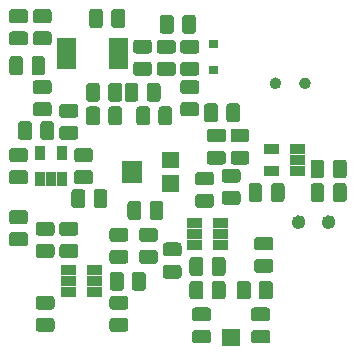
<source format=gts>
G04 #@! TF.GenerationSoftware,KiCad,Pcbnew,5.1.4-e60b266~84~ubuntu18.04.1*
G04 #@! TF.CreationDate,2019-10-22T14:27:34+02:00*
G04 #@! TF.ProjectId,bug,6275672e-6b69-4636-9164-5f7063625858,rev?*
G04 #@! TF.SameCoordinates,PX2faf080PY2faf080*
G04 #@! TF.FileFunction,Soldermask,Top*
G04 #@! TF.FilePolarity,Negative*
%FSLAX46Y46*%
G04 Gerber Fmt 4.6, Leading zero omitted, Abs format (unit mm)*
G04 Created by KiCad (PCBNEW 5.1.4-e60b266~84~ubuntu18.04.1) date 2019-10-22 14:27:34*
%MOMM*%
%LPD*%
G04 APERTURE LIST*
%ADD10C,0.600000*%
%ADD11C,0.500000*%
%ADD12C,0.100000*%
G04 APERTURE END LIST*
D10*
X28050000Y-18750000D02*
G75*
G03X28050000Y-18750000I-300000J0D01*
G01*
X25510000Y-18750000D02*
G75*
G03X25510000Y-18750000I-300000J0D01*
G01*
D11*
X26000000Y-7000000D02*
G75*
G03X26000000Y-7000000I-250000J0D01*
G01*
X23500000Y-7000000D02*
G75*
G03X23500000Y-7000000I-250000J0D01*
G01*
D12*
G36*
X20235000Y-29235000D02*
G01*
X18765000Y-29235000D01*
X18765000Y-27765000D01*
X20235000Y-27765000D01*
X20235000Y-29235000D01*
X20235000Y-29235000D01*
G37*
G36*
X22583634Y-27855401D02*
G01*
X22634001Y-27870680D01*
X22680427Y-27895495D01*
X22721115Y-27928885D01*
X22754505Y-27969573D01*
X22779320Y-28015999D01*
X22794599Y-28066366D01*
X22800000Y-28121204D01*
X22800000Y-28753796D01*
X22794599Y-28808634D01*
X22779320Y-28859001D01*
X22754505Y-28905427D01*
X22721115Y-28946115D01*
X22680427Y-28979505D01*
X22634001Y-29004320D01*
X22583634Y-29019599D01*
X22528796Y-29025000D01*
X21471204Y-29025000D01*
X21416366Y-29019599D01*
X21365999Y-29004320D01*
X21319573Y-28979505D01*
X21278885Y-28946115D01*
X21245495Y-28905427D01*
X21220680Y-28859001D01*
X21205401Y-28808634D01*
X21200000Y-28753796D01*
X21200000Y-28121204D01*
X21205401Y-28066366D01*
X21220680Y-28015999D01*
X21245495Y-27969573D01*
X21278885Y-27928885D01*
X21319573Y-27895495D01*
X21365999Y-27870680D01*
X21416366Y-27855401D01*
X21471204Y-27850000D01*
X22528796Y-27850000D01*
X22583634Y-27855401D01*
X22583634Y-27855401D01*
G37*
G36*
X17583634Y-27855401D02*
G01*
X17634001Y-27870680D01*
X17680427Y-27895495D01*
X17721115Y-27928885D01*
X17754505Y-27969573D01*
X17779320Y-28015999D01*
X17794599Y-28066366D01*
X17800000Y-28121204D01*
X17800000Y-28753796D01*
X17794599Y-28808634D01*
X17779320Y-28859001D01*
X17754505Y-28905427D01*
X17721115Y-28946115D01*
X17680427Y-28979505D01*
X17634001Y-29004320D01*
X17583634Y-29019599D01*
X17528796Y-29025000D01*
X16471204Y-29025000D01*
X16416366Y-29019599D01*
X16365999Y-29004320D01*
X16319573Y-28979505D01*
X16278885Y-28946115D01*
X16245495Y-28905427D01*
X16220680Y-28859001D01*
X16205401Y-28808634D01*
X16200000Y-28753796D01*
X16200000Y-28121204D01*
X16205401Y-28066366D01*
X16220680Y-28015999D01*
X16245495Y-27969573D01*
X16278885Y-27928885D01*
X16319573Y-27895495D01*
X16365999Y-27870680D01*
X16416366Y-27855401D01*
X16471204Y-27850000D01*
X17528796Y-27850000D01*
X17583634Y-27855401D01*
X17583634Y-27855401D01*
G37*
G36*
X4333634Y-26855401D02*
G01*
X4384001Y-26870680D01*
X4430427Y-26895495D01*
X4471115Y-26928885D01*
X4504505Y-26969573D01*
X4529320Y-27015999D01*
X4544599Y-27066366D01*
X4550000Y-27121204D01*
X4550000Y-27753796D01*
X4544599Y-27808634D01*
X4529320Y-27859001D01*
X4504505Y-27905427D01*
X4471115Y-27946115D01*
X4430427Y-27979505D01*
X4384001Y-28004320D01*
X4333634Y-28019599D01*
X4278796Y-28025000D01*
X3221204Y-28025000D01*
X3166366Y-28019599D01*
X3115999Y-28004320D01*
X3069573Y-27979505D01*
X3028885Y-27946115D01*
X2995495Y-27905427D01*
X2970680Y-27859001D01*
X2955401Y-27808634D01*
X2950000Y-27753796D01*
X2950000Y-27121204D01*
X2955401Y-27066366D01*
X2970680Y-27015999D01*
X2995495Y-26969573D01*
X3028885Y-26928885D01*
X3069573Y-26895495D01*
X3115999Y-26870680D01*
X3166366Y-26855401D01*
X3221204Y-26850000D01*
X4278796Y-26850000D01*
X4333634Y-26855401D01*
X4333634Y-26855401D01*
G37*
G36*
X10583634Y-26855401D02*
G01*
X10634001Y-26870680D01*
X10680427Y-26895495D01*
X10721115Y-26928885D01*
X10754505Y-26969573D01*
X10779320Y-27015999D01*
X10794599Y-27066366D01*
X10800000Y-27121204D01*
X10800000Y-27753796D01*
X10794599Y-27808634D01*
X10779320Y-27859001D01*
X10754505Y-27905427D01*
X10721115Y-27946115D01*
X10680427Y-27979505D01*
X10634001Y-28004320D01*
X10583634Y-28019599D01*
X10528796Y-28025000D01*
X9471204Y-28025000D01*
X9416366Y-28019599D01*
X9365999Y-28004320D01*
X9319573Y-27979505D01*
X9278885Y-27946115D01*
X9245495Y-27905427D01*
X9220680Y-27859001D01*
X9205401Y-27808634D01*
X9200000Y-27753796D01*
X9200000Y-27121204D01*
X9205401Y-27066366D01*
X9220680Y-27015999D01*
X9245495Y-26969573D01*
X9278885Y-26928885D01*
X9319573Y-26895495D01*
X9365999Y-26870680D01*
X9416366Y-26855401D01*
X9471204Y-26850000D01*
X10528796Y-26850000D01*
X10583634Y-26855401D01*
X10583634Y-26855401D01*
G37*
G36*
X17583634Y-25980401D02*
G01*
X17634001Y-25995680D01*
X17680427Y-26020495D01*
X17721115Y-26053885D01*
X17754505Y-26094573D01*
X17779320Y-26140999D01*
X17794599Y-26191366D01*
X17800000Y-26246204D01*
X17800000Y-26878796D01*
X17794599Y-26933634D01*
X17779320Y-26984001D01*
X17754505Y-27030427D01*
X17721115Y-27071115D01*
X17680427Y-27104505D01*
X17634001Y-27129320D01*
X17583634Y-27144599D01*
X17528796Y-27150000D01*
X16471204Y-27150000D01*
X16416366Y-27144599D01*
X16365999Y-27129320D01*
X16319573Y-27104505D01*
X16278885Y-27071115D01*
X16245495Y-27030427D01*
X16220680Y-26984001D01*
X16205401Y-26933634D01*
X16200000Y-26878796D01*
X16200000Y-26246204D01*
X16205401Y-26191366D01*
X16220680Y-26140999D01*
X16245495Y-26094573D01*
X16278885Y-26053885D01*
X16319573Y-26020495D01*
X16365999Y-25995680D01*
X16416366Y-25980401D01*
X16471204Y-25975000D01*
X17528796Y-25975000D01*
X17583634Y-25980401D01*
X17583634Y-25980401D01*
G37*
G36*
X22583634Y-25980401D02*
G01*
X22634001Y-25995680D01*
X22680427Y-26020495D01*
X22721115Y-26053885D01*
X22754505Y-26094573D01*
X22779320Y-26140999D01*
X22794599Y-26191366D01*
X22800000Y-26246204D01*
X22800000Y-26878796D01*
X22794599Y-26933634D01*
X22779320Y-26984001D01*
X22754505Y-27030427D01*
X22721115Y-27071115D01*
X22680427Y-27104505D01*
X22634001Y-27129320D01*
X22583634Y-27144599D01*
X22528796Y-27150000D01*
X21471204Y-27150000D01*
X21416366Y-27144599D01*
X21365999Y-27129320D01*
X21319573Y-27104505D01*
X21278885Y-27071115D01*
X21245495Y-27030427D01*
X21220680Y-26984001D01*
X21205401Y-26933634D01*
X21200000Y-26878796D01*
X21200000Y-26246204D01*
X21205401Y-26191366D01*
X21220680Y-26140999D01*
X21245495Y-26094573D01*
X21278885Y-26053885D01*
X21319573Y-26020495D01*
X21365999Y-25995680D01*
X21416366Y-25980401D01*
X21471204Y-25975000D01*
X22528796Y-25975000D01*
X22583634Y-25980401D01*
X22583634Y-25980401D01*
G37*
G36*
X10583634Y-24980401D02*
G01*
X10634001Y-24995680D01*
X10680427Y-25020495D01*
X10721115Y-25053885D01*
X10754505Y-25094573D01*
X10779320Y-25140999D01*
X10794599Y-25191366D01*
X10800000Y-25246204D01*
X10800000Y-25878796D01*
X10794599Y-25933634D01*
X10779320Y-25984001D01*
X10754505Y-26030427D01*
X10721115Y-26071115D01*
X10680427Y-26104505D01*
X10634001Y-26129320D01*
X10583634Y-26144599D01*
X10528796Y-26150000D01*
X9471204Y-26150000D01*
X9416366Y-26144599D01*
X9365999Y-26129320D01*
X9319573Y-26104505D01*
X9278885Y-26071115D01*
X9245495Y-26030427D01*
X9220680Y-25984001D01*
X9205401Y-25933634D01*
X9200000Y-25878796D01*
X9200000Y-25246204D01*
X9205401Y-25191366D01*
X9220680Y-25140999D01*
X9245495Y-25094573D01*
X9278885Y-25053885D01*
X9319573Y-25020495D01*
X9365999Y-24995680D01*
X9416366Y-24980401D01*
X9471204Y-24975000D01*
X10528796Y-24975000D01*
X10583634Y-24980401D01*
X10583634Y-24980401D01*
G37*
G36*
X4333634Y-24980401D02*
G01*
X4384001Y-24995680D01*
X4430427Y-25020495D01*
X4471115Y-25053885D01*
X4504505Y-25094573D01*
X4529320Y-25140999D01*
X4544599Y-25191366D01*
X4550000Y-25246204D01*
X4550000Y-25878796D01*
X4544599Y-25933634D01*
X4529320Y-25984001D01*
X4504505Y-26030427D01*
X4471115Y-26071115D01*
X4430427Y-26104505D01*
X4384001Y-26129320D01*
X4333634Y-26144599D01*
X4278796Y-26150000D01*
X3221204Y-26150000D01*
X3166366Y-26144599D01*
X3115999Y-26129320D01*
X3069573Y-26104505D01*
X3028885Y-26071115D01*
X2995495Y-26030427D01*
X2970680Y-25984001D01*
X2955401Y-25933634D01*
X2950000Y-25878796D01*
X2950000Y-25246204D01*
X2955401Y-25191366D01*
X2970680Y-25140999D01*
X2995495Y-25094573D01*
X3028885Y-25053885D01*
X3069573Y-25020495D01*
X3115999Y-24995680D01*
X3166366Y-24980401D01*
X3221204Y-24975000D01*
X4278796Y-24975000D01*
X4333634Y-24980401D01*
X4333634Y-24980401D01*
G37*
G36*
X22808634Y-23705401D02*
G01*
X22859001Y-23720680D01*
X22905427Y-23745495D01*
X22946115Y-23778885D01*
X22979505Y-23819573D01*
X23004320Y-23865999D01*
X23019599Y-23916366D01*
X23025000Y-23971204D01*
X23025000Y-25028796D01*
X23019599Y-25083634D01*
X23004320Y-25134001D01*
X22979505Y-25180427D01*
X22946115Y-25221115D01*
X22905427Y-25254505D01*
X22859001Y-25279320D01*
X22808634Y-25294599D01*
X22753796Y-25300000D01*
X22121204Y-25300000D01*
X22066366Y-25294599D01*
X22015999Y-25279320D01*
X21969573Y-25254505D01*
X21928885Y-25221115D01*
X21895495Y-25180427D01*
X21870680Y-25134001D01*
X21855401Y-25083634D01*
X21850000Y-25028796D01*
X21850000Y-23971204D01*
X21855401Y-23916366D01*
X21870680Y-23865999D01*
X21895495Y-23819573D01*
X21928885Y-23778885D01*
X21969573Y-23745495D01*
X22015999Y-23720680D01*
X22066366Y-23705401D01*
X22121204Y-23700000D01*
X22753796Y-23700000D01*
X22808634Y-23705401D01*
X22808634Y-23705401D01*
G37*
G36*
X20933634Y-23705401D02*
G01*
X20984001Y-23720680D01*
X21030427Y-23745495D01*
X21071115Y-23778885D01*
X21104505Y-23819573D01*
X21129320Y-23865999D01*
X21144599Y-23916366D01*
X21150000Y-23971204D01*
X21150000Y-25028796D01*
X21144599Y-25083634D01*
X21129320Y-25134001D01*
X21104505Y-25180427D01*
X21071115Y-25221115D01*
X21030427Y-25254505D01*
X20984001Y-25279320D01*
X20933634Y-25294599D01*
X20878796Y-25300000D01*
X20246204Y-25300000D01*
X20191366Y-25294599D01*
X20140999Y-25279320D01*
X20094573Y-25254505D01*
X20053885Y-25221115D01*
X20020495Y-25180427D01*
X19995680Y-25134001D01*
X19980401Y-25083634D01*
X19975000Y-25028796D01*
X19975000Y-23971204D01*
X19980401Y-23916366D01*
X19995680Y-23865999D01*
X20020495Y-23819573D01*
X20053885Y-23778885D01*
X20094573Y-23745495D01*
X20140999Y-23720680D01*
X20191366Y-23705401D01*
X20246204Y-23700000D01*
X20878796Y-23700000D01*
X20933634Y-23705401D01*
X20933634Y-23705401D01*
G37*
G36*
X18808634Y-23705401D02*
G01*
X18859001Y-23720680D01*
X18905427Y-23745495D01*
X18946115Y-23778885D01*
X18979505Y-23819573D01*
X19004320Y-23865999D01*
X19019599Y-23916366D01*
X19025000Y-23971204D01*
X19025000Y-25028796D01*
X19019599Y-25083634D01*
X19004320Y-25134001D01*
X18979505Y-25180427D01*
X18946115Y-25221115D01*
X18905427Y-25254505D01*
X18859001Y-25279320D01*
X18808634Y-25294599D01*
X18753796Y-25300000D01*
X18121204Y-25300000D01*
X18066366Y-25294599D01*
X18015999Y-25279320D01*
X17969573Y-25254505D01*
X17928885Y-25221115D01*
X17895495Y-25180427D01*
X17870680Y-25134001D01*
X17855401Y-25083634D01*
X17850000Y-25028796D01*
X17850000Y-23971204D01*
X17855401Y-23916366D01*
X17870680Y-23865999D01*
X17895495Y-23819573D01*
X17928885Y-23778885D01*
X17969573Y-23745495D01*
X18015999Y-23720680D01*
X18066366Y-23705401D01*
X18121204Y-23700000D01*
X18753796Y-23700000D01*
X18808634Y-23705401D01*
X18808634Y-23705401D01*
G37*
G36*
X16933634Y-23705401D02*
G01*
X16984001Y-23720680D01*
X17030427Y-23745495D01*
X17071115Y-23778885D01*
X17104505Y-23819573D01*
X17129320Y-23865999D01*
X17144599Y-23916366D01*
X17150000Y-23971204D01*
X17150000Y-25028796D01*
X17144599Y-25083634D01*
X17129320Y-25134001D01*
X17104505Y-25180427D01*
X17071115Y-25221115D01*
X17030427Y-25254505D01*
X16984001Y-25279320D01*
X16933634Y-25294599D01*
X16878796Y-25300000D01*
X16246204Y-25300000D01*
X16191366Y-25294599D01*
X16140999Y-25279320D01*
X16094573Y-25254505D01*
X16053885Y-25221115D01*
X16020495Y-25180427D01*
X15995680Y-25134001D01*
X15980401Y-25083634D01*
X15975000Y-25028796D01*
X15975000Y-23971204D01*
X15980401Y-23916366D01*
X15995680Y-23865999D01*
X16020495Y-23819573D01*
X16053885Y-23778885D01*
X16094573Y-23745495D01*
X16140999Y-23720680D01*
X16191366Y-23705401D01*
X16246204Y-23700000D01*
X16878796Y-23700000D01*
X16933634Y-23705401D01*
X16933634Y-23705401D01*
G37*
G36*
X6380000Y-25125000D02*
G01*
X5120000Y-25125000D01*
X5120000Y-24275000D01*
X6380000Y-24275000D01*
X6380000Y-25125000D01*
X6380000Y-25125000D01*
G37*
G36*
X8580000Y-25125000D02*
G01*
X7320000Y-25125000D01*
X7320000Y-24275000D01*
X8580000Y-24275000D01*
X8580000Y-25125000D01*
X8580000Y-25125000D01*
G37*
G36*
X12058634Y-22955401D02*
G01*
X12109001Y-22970680D01*
X12155427Y-22995495D01*
X12196115Y-23028885D01*
X12229505Y-23069573D01*
X12254320Y-23115999D01*
X12269599Y-23166366D01*
X12275000Y-23221204D01*
X12275000Y-24278796D01*
X12269599Y-24333634D01*
X12254320Y-24384001D01*
X12229505Y-24430427D01*
X12196115Y-24471115D01*
X12155427Y-24504505D01*
X12109001Y-24529320D01*
X12058634Y-24544599D01*
X12003796Y-24550000D01*
X11371204Y-24550000D01*
X11316366Y-24544599D01*
X11265999Y-24529320D01*
X11219573Y-24504505D01*
X11178885Y-24471115D01*
X11145495Y-24430427D01*
X11120680Y-24384001D01*
X11105401Y-24333634D01*
X11100000Y-24278796D01*
X11100000Y-23221204D01*
X11105401Y-23166366D01*
X11120680Y-23115999D01*
X11145495Y-23069573D01*
X11178885Y-23028885D01*
X11219573Y-22995495D01*
X11265999Y-22970680D01*
X11316366Y-22955401D01*
X11371204Y-22950000D01*
X12003796Y-22950000D01*
X12058634Y-22955401D01*
X12058634Y-22955401D01*
G37*
G36*
X10183634Y-22955401D02*
G01*
X10234001Y-22970680D01*
X10280427Y-22995495D01*
X10321115Y-23028885D01*
X10354505Y-23069573D01*
X10379320Y-23115999D01*
X10394599Y-23166366D01*
X10400000Y-23221204D01*
X10400000Y-24278796D01*
X10394599Y-24333634D01*
X10379320Y-24384001D01*
X10354505Y-24430427D01*
X10321115Y-24471115D01*
X10280427Y-24504505D01*
X10234001Y-24529320D01*
X10183634Y-24544599D01*
X10128796Y-24550000D01*
X9496204Y-24550000D01*
X9441366Y-24544599D01*
X9390999Y-24529320D01*
X9344573Y-24504505D01*
X9303885Y-24471115D01*
X9270495Y-24430427D01*
X9245680Y-24384001D01*
X9230401Y-24333634D01*
X9225000Y-24278796D01*
X9225000Y-23221204D01*
X9230401Y-23166366D01*
X9245680Y-23115999D01*
X9270495Y-23069573D01*
X9303885Y-23028885D01*
X9344573Y-22995495D01*
X9390999Y-22970680D01*
X9441366Y-22955401D01*
X9496204Y-22950000D01*
X10128796Y-22950000D01*
X10183634Y-22955401D01*
X10183634Y-22955401D01*
G37*
G36*
X6380000Y-24175000D02*
G01*
X5120000Y-24175000D01*
X5120000Y-23325000D01*
X6380000Y-23325000D01*
X6380000Y-24175000D01*
X6380000Y-24175000D01*
G37*
G36*
X8580000Y-24175000D02*
G01*
X7320000Y-24175000D01*
X7320000Y-23325000D01*
X8580000Y-23325000D01*
X8580000Y-24175000D01*
X8580000Y-24175000D01*
G37*
G36*
X15083634Y-22355401D02*
G01*
X15134001Y-22370680D01*
X15180427Y-22395495D01*
X15221115Y-22428885D01*
X15254505Y-22469573D01*
X15279320Y-22515999D01*
X15294599Y-22566366D01*
X15300000Y-22621204D01*
X15300000Y-23253796D01*
X15294599Y-23308634D01*
X15279320Y-23359001D01*
X15254505Y-23405427D01*
X15221115Y-23446115D01*
X15180427Y-23479505D01*
X15134001Y-23504320D01*
X15083634Y-23519599D01*
X15028796Y-23525000D01*
X13971204Y-23525000D01*
X13916366Y-23519599D01*
X13865999Y-23504320D01*
X13819573Y-23479505D01*
X13778885Y-23446115D01*
X13745495Y-23405427D01*
X13720680Y-23359001D01*
X13705401Y-23308634D01*
X13700000Y-23253796D01*
X13700000Y-22621204D01*
X13705401Y-22566366D01*
X13720680Y-22515999D01*
X13745495Y-22469573D01*
X13778885Y-22428885D01*
X13819573Y-22395495D01*
X13865999Y-22370680D01*
X13916366Y-22355401D01*
X13971204Y-22350000D01*
X15028796Y-22350000D01*
X15083634Y-22355401D01*
X15083634Y-22355401D01*
G37*
G36*
X16933634Y-21705401D02*
G01*
X16984001Y-21720680D01*
X17030427Y-21745495D01*
X17071115Y-21778885D01*
X17104505Y-21819573D01*
X17129320Y-21865999D01*
X17144599Y-21916366D01*
X17150000Y-21971204D01*
X17150000Y-23028796D01*
X17144599Y-23083634D01*
X17129320Y-23134001D01*
X17104505Y-23180427D01*
X17071115Y-23221115D01*
X17030427Y-23254505D01*
X16984001Y-23279320D01*
X16933634Y-23294599D01*
X16878796Y-23300000D01*
X16246204Y-23300000D01*
X16191366Y-23294599D01*
X16140999Y-23279320D01*
X16094573Y-23254505D01*
X16053885Y-23221115D01*
X16020495Y-23180427D01*
X15995680Y-23134001D01*
X15980401Y-23083634D01*
X15975000Y-23028796D01*
X15975000Y-21971204D01*
X15980401Y-21916366D01*
X15995680Y-21865999D01*
X16020495Y-21819573D01*
X16053885Y-21778885D01*
X16094573Y-21745495D01*
X16140999Y-21720680D01*
X16191366Y-21705401D01*
X16246204Y-21700000D01*
X16878796Y-21700000D01*
X16933634Y-21705401D01*
X16933634Y-21705401D01*
G37*
G36*
X18808634Y-21705401D02*
G01*
X18859001Y-21720680D01*
X18905427Y-21745495D01*
X18946115Y-21778885D01*
X18979505Y-21819573D01*
X19004320Y-21865999D01*
X19019599Y-21916366D01*
X19025000Y-21971204D01*
X19025000Y-23028796D01*
X19019599Y-23083634D01*
X19004320Y-23134001D01*
X18979505Y-23180427D01*
X18946115Y-23221115D01*
X18905427Y-23254505D01*
X18859001Y-23279320D01*
X18808634Y-23294599D01*
X18753796Y-23300000D01*
X18121204Y-23300000D01*
X18066366Y-23294599D01*
X18015999Y-23279320D01*
X17969573Y-23254505D01*
X17928885Y-23221115D01*
X17895495Y-23180427D01*
X17870680Y-23134001D01*
X17855401Y-23083634D01*
X17850000Y-23028796D01*
X17850000Y-21971204D01*
X17855401Y-21916366D01*
X17870680Y-21865999D01*
X17895495Y-21819573D01*
X17928885Y-21778885D01*
X17969573Y-21745495D01*
X18015999Y-21720680D01*
X18066366Y-21705401D01*
X18121204Y-21700000D01*
X18753796Y-21700000D01*
X18808634Y-21705401D01*
X18808634Y-21705401D01*
G37*
G36*
X6380000Y-23225000D02*
G01*
X5120000Y-23225000D01*
X5120000Y-22375000D01*
X6380000Y-22375000D01*
X6380000Y-23225000D01*
X6380000Y-23225000D01*
G37*
G36*
X8580000Y-23225000D02*
G01*
X7320000Y-23225000D01*
X7320000Y-22375000D01*
X8580000Y-22375000D01*
X8580000Y-23225000D01*
X8580000Y-23225000D01*
G37*
G36*
X22833634Y-21855401D02*
G01*
X22884001Y-21870680D01*
X22930427Y-21895495D01*
X22971115Y-21928885D01*
X23004505Y-21969573D01*
X23029320Y-22015999D01*
X23044599Y-22066366D01*
X23050000Y-22121204D01*
X23050000Y-22753796D01*
X23044599Y-22808634D01*
X23029320Y-22859001D01*
X23004505Y-22905427D01*
X22971115Y-22946115D01*
X22930427Y-22979505D01*
X22884001Y-23004320D01*
X22833634Y-23019599D01*
X22778796Y-23025000D01*
X21721204Y-23025000D01*
X21666366Y-23019599D01*
X21615999Y-23004320D01*
X21569573Y-22979505D01*
X21528885Y-22946115D01*
X21495495Y-22905427D01*
X21470680Y-22859001D01*
X21455401Y-22808634D01*
X21450000Y-22753796D01*
X21450000Y-22121204D01*
X21455401Y-22066366D01*
X21470680Y-22015999D01*
X21495495Y-21969573D01*
X21528885Y-21928885D01*
X21569573Y-21895495D01*
X21615999Y-21870680D01*
X21666366Y-21855401D01*
X21721204Y-21850000D01*
X22778796Y-21850000D01*
X22833634Y-21855401D01*
X22833634Y-21855401D01*
G37*
G36*
X10583634Y-21105401D02*
G01*
X10634001Y-21120680D01*
X10680427Y-21145495D01*
X10721115Y-21178885D01*
X10754505Y-21219573D01*
X10779320Y-21265999D01*
X10794599Y-21316366D01*
X10800000Y-21371204D01*
X10800000Y-22003796D01*
X10794599Y-22058634D01*
X10779320Y-22109001D01*
X10754505Y-22155427D01*
X10721115Y-22196115D01*
X10680427Y-22229505D01*
X10634001Y-22254320D01*
X10583634Y-22269599D01*
X10528796Y-22275000D01*
X9471204Y-22275000D01*
X9416366Y-22269599D01*
X9365999Y-22254320D01*
X9319573Y-22229505D01*
X9278885Y-22196115D01*
X9245495Y-22155427D01*
X9220680Y-22109001D01*
X9205401Y-22058634D01*
X9200000Y-22003796D01*
X9200000Y-21371204D01*
X9205401Y-21316366D01*
X9220680Y-21265999D01*
X9245495Y-21219573D01*
X9278885Y-21178885D01*
X9319573Y-21145495D01*
X9365999Y-21120680D01*
X9416366Y-21105401D01*
X9471204Y-21100000D01*
X10528796Y-21100000D01*
X10583634Y-21105401D01*
X10583634Y-21105401D01*
G37*
G36*
X13083634Y-21105401D02*
G01*
X13134001Y-21120680D01*
X13180427Y-21145495D01*
X13221115Y-21178885D01*
X13254505Y-21219573D01*
X13279320Y-21265999D01*
X13294599Y-21316366D01*
X13300000Y-21371204D01*
X13300000Y-22003796D01*
X13294599Y-22058634D01*
X13279320Y-22109001D01*
X13254505Y-22155427D01*
X13221115Y-22196115D01*
X13180427Y-22229505D01*
X13134001Y-22254320D01*
X13083634Y-22269599D01*
X13028796Y-22275000D01*
X11971204Y-22275000D01*
X11916366Y-22269599D01*
X11865999Y-22254320D01*
X11819573Y-22229505D01*
X11778885Y-22196115D01*
X11745495Y-22155427D01*
X11720680Y-22109001D01*
X11705401Y-22058634D01*
X11700000Y-22003796D01*
X11700000Y-21371204D01*
X11705401Y-21316366D01*
X11720680Y-21265999D01*
X11745495Y-21219573D01*
X11778885Y-21178885D01*
X11819573Y-21145495D01*
X11865999Y-21120680D01*
X11916366Y-21105401D01*
X11971204Y-21100000D01*
X13028796Y-21100000D01*
X13083634Y-21105401D01*
X13083634Y-21105401D01*
G37*
G36*
X4333634Y-20605401D02*
G01*
X4384001Y-20620680D01*
X4430427Y-20645495D01*
X4471115Y-20678885D01*
X4504505Y-20719573D01*
X4529320Y-20765999D01*
X4544599Y-20816366D01*
X4550000Y-20871204D01*
X4550000Y-21503796D01*
X4544599Y-21558634D01*
X4529320Y-21609001D01*
X4504505Y-21655427D01*
X4471115Y-21696115D01*
X4430427Y-21729505D01*
X4384001Y-21754320D01*
X4333634Y-21769599D01*
X4278796Y-21775000D01*
X3221204Y-21775000D01*
X3166366Y-21769599D01*
X3115999Y-21754320D01*
X3069573Y-21729505D01*
X3028885Y-21696115D01*
X2995495Y-21655427D01*
X2970680Y-21609001D01*
X2955401Y-21558634D01*
X2950000Y-21503796D01*
X2950000Y-20871204D01*
X2955401Y-20816366D01*
X2970680Y-20765999D01*
X2995495Y-20719573D01*
X3028885Y-20678885D01*
X3069573Y-20645495D01*
X3115999Y-20620680D01*
X3166366Y-20605401D01*
X3221204Y-20600000D01*
X4278796Y-20600000D01*
X4333634Y-20605401D01*
X4333634Y-20605401D01*
G37*
G36*
X6333634Y-20605401D02*
G01*
X6384001Y-20620680D01*
X6430427Y-20645495D01*
X6471115Y-20678885D01*
X6504505Y-20719573D01*
X6529320Y-20765999D01*
X6544599Y-20816366D01*
X6550000Y-20871204D01*
X6550000Y-21503796D01*
X6544599Y-21558634D01*
X6529320Y-21609001D01*
X6504505Y-21655427D01*
X6471115Y-21696115D01*
X6430427Y-21729505D01*
X6384001Y-21754320D01*
X6333634Y-21769599D01*
X6278796Y-21775000D01*
X5221204Y-21775000D01*
X5166366Y-21769599D01*
X5115999Y-21754320D01*
X5069573Y-21729505D01*
X5028885Y-21696115D01*
X4995495Y-21655427D01*
X4970680Y-21609001D01*
X4955401Y-21558634D01*
X4950000Y-21503796D01*
X4950000Y-20871204D01*
X4955401Y-20816366D01*
X4970680Y-20765999D01*
X4995495Y-20719573D01*
X5028885Y-20678885D01*
X5069573Y-20645495D01*
X5115999Y-20620680D01*
X5166366Y-20605401D01*
X5221204Y-20600000D01*
X6278796Y-20600000D01*
X6333634Y-20605401D01*
X6333634Y-20605401D01*
G37*
G36*
X15083634Y-20480401D02*
G01*
X15134001Y-20495680D01*
X15180427Y-20520495D01*
X15221115Y-20553885D01*
X15254505Y-20594573D01*
X15279320Y-20640999D01*
X15294599Y-20691366D01*
X15300000Y-20746204D01*
X15300000Y-21378796D01*
X15294599Y-21433634D01*
X15279320Y-21484001D01*
X15254505Y-21530427D01*
X15221115Y-21571115D01*
X15180427Y-21604505D01*
X15134001Y-21629320D01*
X15083634Y-21644599D01*
X15028796Y-21650000D01*
X13971204Y-21650000D01*
X13916366Y-21644599D01*
X13865999Y-21629320D01*
X13819573Y-21604505D01*
X13778885Y-21571115D01*
X13745495Y-21530427D01*
X13720680Y-21484001D01*
X13705401Y-21433634D01*
X13700000Y-21378796D01*
X13700000Y-20746204D01*
X13705401Y-20691366D01*
X13720680Y-20640999D01*
X13745495Y-20594573D01*
X13778885Y-20553885D01*
X13819573Y-20520495D01*
X13865999Y-20495680D01*
X13916366Y-20480401D01*
X13971204Y-20475000D01*
X15028796Y-20475000D01*
X15083634Y-20480401D01*
X15083634Y-20480401D01*
G37*
G36*
X22833634Y-19980401D02*
G01*
X22884001Y-19995680D01*
X22930427Y-20020495D01*
X22971115Y-20053885D01*
X23004505Y-20094573D01*
X23029320Y-20140999D01*
X23044599Y-20191366D01*
X23050000Y-20246204D01*
X23050000Y-20878796D01*
X23044599Y-20933634D01*
X23029320Y-20984001D01*
X23004505Y-21030427D01*
X22971115Y-21071115D01*
X22930427Y-21104505D01*
X22884001Y-21129320D01*
X22833634Y-21144599D01*
X22778796Y-21150000D01*
X21721204Y-21150000D01*
X21666366Y-21144599D01*
X21615999Y-21129320D01*
X21569573Y-21104505D01*
X21528885Y-21071115D01*
X21495495Y-21030427D01*
X21470680Y-20984001D01*
X21455401Y-20933634D01*
X21450000Y-20878796D01*
X21450000Y-20246204D01*
X21455401Y-20191366D01*
X21470680Y-20140999D01*
X21495495Y-20094573D01*
X21528885Y-20053885D01*
X21569573Y-20020495D01*
X21615999Y-19995680D01*
X21666366Y-19980401D01*
X21721204Y-19975000D01*
X22778796Y-19975000D01*
X22833634Y-19980401D01*
X22833634Y-19980401D01*
G37*
G36*
X19230000Y-21125000D02*
G01*
X17970000Y-21125000D01*
X17970000Y-20275000D01*
X19230000Y-20275000D01*
X19230000Y-21125000D01*
X19230000Y-21125000D01*
G37*
G36*
X17030000Y-21125000D02*
G01*
X15770000Y-21125000D01*
X15770000Y-20275000D01*
X17030000Y-20275000D01*
X17030000Y-21125000D01*
X17030000Y-21125000D01*
G37*
G36*
X2083634Y-19605401D02*
G01*
X2134001Y-19620680D01*
X2180427Y-19645495D01*
X2221115Y-19678885D01*
X2254505Y-19719573D01*
X2279320Y-19765999D01*
X2294599Y-19816366D01*
X2300000Y-19871204D01*
X2300000Y-20503796D01*
X2294599Y-20558634D01*
X2279320Y-20609001D01*
X2254505Y-20655427D01*
X2221115Y-20696115D01*
X2180427Y-20729505D01*
X2134001Y-20754320D01*
X2083634Y-20769599D01*
X2028796Y-20775000D01*
X971204Y-20775000D01*
X916366Y-20769599D01*
X865999Y-20754320D01*
X819573Y-20729505D01*
X778885Y-20696115D01*
X745495Y-20655427D01*
X720680Y-20609001D01*
X705401Y-20558634D01*
X700000Y-20503796D01*
X700000Y-19871204D01*
X705401Y-19816366D01*
X720680Y-19765999D01*
X745495Y-19719573D01*
X778885Y-19678885D01*
X819573Y-19645495D01*
X865999Y-19620680D01*
X916366Y-19605401D01*
X971204Y-19600000D01*
X2028796Y-19600000D01*
X2083634Y-19605401D01*
X2083634Y-19605401D01*
G37*
G36*
X13083634Y-19230401D02*
G01*
X13134001Y-19245680D01*
X13180427Y-19270495D01*
X13221115Y-19303885D01*
X13254505Y-19344573D01*
X13279320Y-19390999D01*
X13294599Y-19441366D01*
X13300000Y-19496204D01*
X13300000Y-20128796D01*
X13294599Y-20183634D01*
X13279320Y-20234001D01*
X13254505Y-20280427D01*
X13221115Y-20321115D01*
X13180427Y-20354505D01*
X13134001Y-20379320D01*
X13083634Y-20394599D01*
X13028796Y-20400000D01*
X11971204Y-20400000D01*
X11916366Y-20394599D01*
X11865999Y-20379320D01*
X11819573Y-20354505D01*
X11778885Y-20321115D01*
X11745495Y-20280427D01*
X11720680Y-20234001D01*
X11705401Y-20183634D01*
X11700000Y-20128796D01*
X11700000Y-19496204D01*
X11705401Y-19441366D01*
X11720680Y-19390999D01*
X11745495Y-19344573D01*
X11778885Y-19303885D01*
X11819573Y-19270495D01*
X11865999Y-19245680D01*
X11916366Y-19230401D01*
X11971204Y-19225000D01*
X13028796Y-19225000D01*
X13083634Y-19230401D01*
X13083634Y-19230401D01*
G37*
G36*
X10583634Y-19230401D02*
G01*
X10634001Y-19245680D01*
X10680427Y-19270495D01*
X10721115Y-19303885D01*
X10754505Y-19344573D01*
X10779320Y-19390999D01*
X10794599Y-19441366D01*
X10800000Y-19496204D01*
X10800000Y-20128796D01*
X10794599Y-20183634D01*
X10779320Y-20234001D01*
X10754505Y-20280427D01*
X10721115Y-20321115D01*
X10680427Y-20354505D01*
X10634001Y-20379320D01*
X10583634Y-20394599D01*
X10528796Y-20400000D01*
X9471204Y-20400000D01*
X9416366Y-20394599D01*
X9365999Y-20379320D01*
X9319573Y-20354505D01*
X9278885Y-20321115D01*
X9245495Y-20280427D01*
X9220680Y-20234001D01*
X9205401Y-20183634D01*
X9200000Y-20128796D01*
X9200000Y-19496204D01*
X9205401Y-19441366D01*
X9220680Y-19390999D01*
X9245495Y-19344573D01*
X9278885Y-19303885D01*
X9319573Y-19270495D01*
X9365999Y-19245680D01*
X9416366Y-19230401D01*
X9471204Y-19225000D01*
X10528796Y-19225000D01*
X10583634Y-19230401D01*
X10583634Y-19230401D01*
G37*
G36*
X17030000Y-20175000D02*
G01*
X15770000Y-20175000D01*
X15770000Y-19325000D01*
X17030000Y-19325000D01*
X17030000Y-20175000D01*
X17030000Y-20175000D01*
G37*
G36*
X19230000Y-20175000D02*
G01*
X17970000Y-20175000D01*
X17970000Y-19325000D01*
X19230000Y-19325000D01*
X19230000Y-20175000D01*
X19230000Y-20175000D01*
G37*
G36*
X4333634Y-18730401D02*
G01*
X4384001Y-18745680D01*
X4430427Y-18770495D01*
X4471115Y-18803885D01*
X4504505Y-18844573D01*
X4529320Y-18890999D01*
X4544599Y-18941366D01*
X4550000Y-18996204D01*
X4550000Y-19628796D01*
X4544599Y-19683634D01*
X4529320Y-19734001D01*
X4504505Y-19780427D01*
X4471115Y-19821115D01*
X4430427Y-19854505D01*
X4384001Y-19879320D01*
X4333634Y-19894599D01*
X4278796Y-19900000D01*
X3221204Y-19900000D01*
X3166366Y-19894599D01*
X3115999Y-19879320D01*
X3069573Y-19854505D01*
X3028885Y-19821115D01*
X2995495Y-19780427D01*
X2970680Y-19734001D01*
X2955401Y-19683634D01*
X2950000Y-19628796D01*
X2950000Y-18996204D01*
X2955401Y-18941366D01*
X2970680Y-18890999D01*
X2995495Y-18844573D01*
X3028885Y-18803885D01*
X3069573Y-18770495D01*
X3115999Y-18745680D01*
X3166366Y-18730401D01*
X3221204Y-18725000D01*
X4278796Y-18725000D01*
X4333634Y-18730401D01*
X4333634Y-18730401D01*
G37*
G36*
X6333634Y-18730401D02*
G01*
X6384001Y-18745680D01*
X6430427Y-18770495D01*
X6471115Y-18803885D01*
X6504505Y-18844573D01*
X6529320Y-18890999D01*
X6544599Y-18941366D01*
X6550000Y-18996204D01*
X6550000Y-19628796D01*
X6544599Y-19683634D01*
X6529320Y-19734001D01*
X6504505Y-19780427D01*
X6471115Y-19821115D01*
X6430427Y-19854505D01*
X6384001Y-19879320D01*
X6333634Y-19894599D01*
X6278796Y-19900000D01*
X5221204Y-19900000D01*
X5166366Y-19894599D01*
X5115999Y-19879320D01*
X5069573Y-19854505D01*
X5028885Y-19821115D01*
X4995495Y-19780427D01*
X4970680Y-19734001D01*
X4955401Y-19683634D01*
X4950000Y-19628796D01*
X4950000Y-18996204D01*
X4955401Y-18941366D01*
X4970680Y-18890999D01*
X4995495Y-18844573D01*
X5028885Y-18803885D01*
X5069573Y-18770495D01*
X5115999Y-18745680D01*
X5166366Y-18730401D01*
X5221204Y-18725000D01*
X6278796Y-18725000D01*
X6333634Y-18730401D01*
X6333634Y-18730401D01*
G37*
G36*
X19230000Y-19225000D02*
G01*
X17970000Y-19225000D01*
X17970000Y-18375000D01*
X19230000Y-18375000D01*
X19230000Y-19225000D01*
X19230000Y-19225000D01*
G37*
G36*
X17030000Y-19225000D02*
G01*
X15770000Y-19225000D01*
X15770000Y-18375000D01*
X17030000Y-18375000D01*
X17030000Y-19225000D01*
X17030000Y-19225000D01*
G37*
G36*
X2083634Y-17730401D02*
G01*
X2134001Y-17745680D01*
X2180427Y-17770495D01*
X2221115Y-17803885D01*
X2254505Y-17844573D01*
X2279320Y-17890999D01*
X2294599Y-17941366D01*
X2300000Y-17996204D01*
X2300000Y-18628796D01*
X2294599Y-18683634D01*
X2279320Y-18734001D01*
X2254505Y-18780427D01*
X2221115Y-18821115D01*
X2180427Y-18854505D01*
X2134001Y-18879320D01*
X2083634Y-18894599D01*
X2028796Y-18900000D01*
X971204Y-18900000D01*
X916366Y-18894599D01*
X865999Y-18879320D01*
X819573Y-18854505D01*
X778885Y-18821115D01*
X745495Y-18780427D01*
X720680Y-18734001D01*
X705401Y-18683634D01*
X700000Y-18628796D01*
X700000Y-17996204D01*
X705401Y-17941366D01*
X720680Y-17890999D01*
X745495Y-17844573D01*
X778885Y-17803885D01*
X819573Y-17770495D01*
X865999Y-17745680D01*
X916366Y-17730401D01*
X971204Y-17725000D01*
X2028796Y-17725000D01*
X2083634Y-17730401D01*
X2083634Y-17730401D01*
G37*
G36*
X11683634Y-16955401D02*
G01*
X11734001Y-16970680D01*
X11780427Y-16995495D01*
X11821115Y-17028885D01*
X11854505Y-17069573D01*
X11879320Y-17115999D01*
X11894599Y-17166366D01*
X11900000Y-17221204D01*
X11900000Y-18278796D01*
X11894599Y-18333634D01*
X11879320Y-18384001D01*
X11854505Y-18430427D01*
X11821115Y-18471115D01*
X11780427Y-18504505D01*
X11734001Y-18529320D01*
X11683634Y-18544599D01*
X11628796Y-18550000D01*
X10996204Y-18550000D01*
X10941366Y-18544599D01*
X10890999Y-18529320D01*
X10844573Y-18504505D01*
X10803885Y-18471115D01*
X10770495Y-18430427D01*
X10745680Y-18384001D01*
X10730401Y-18333634D01*
X10725000Y-18278796D01*
X10725000Y-17221204D01*
X10730401Y-17166366D01*
X10745680Y-17115999D01*
X10770495Y-17069573D01*
X10803885Y-17028885D01*
X10844573Y-16995495D01*
X10890999Y-16970680D01*
X10941366Y-16955401D01*
X10996204Y-16950000D01*
X11628796Y-16950000D01*
X11683634Y-16955401D01*
X11683634Y-16955401D01*
G37*
G36*
X13558634Y-16955401D02*
G01*
X13609001Y-16970680D01*
X13655427Y-16995495D01*
X13696115Y-17028885D01*
X13729505Y-17069573D01*
X13754320Y-17115999D01*
X13769599Y-17166366D01*
X13775000Y-17221204D01*
X13775000Y-18278796D01*
X13769599Y-18333634D01*
X13754320Y-18384001D01*
X13729505Y-18430427D01*
X13696115Y-18471115D01*
X13655427Y-18504505D01*
X13609001Y-18529320D01*
X13558634Y-18544599D01*
X13503796Y-18550000D01*
X12871204Y-18550000D01*
X12816366Y-18544599D01*
X12765999Y-18529320D01*
X12719573Y-18504505D01*
X12678885Y-18471115D01*
X12645495Y-18430427D01*
X12620680Y-18384001D01*
X12605401Y-18333634D01*
X12600000Y-18278796D01*
X12600000Y-17221204D01*
X12605401Y-17166366D01*
X12620680Y-17115999D01*
X12645495Y-17069573D01*
X12678885Y-17028885D01*
X12719573Y-16995495D01*
X12765999Y-16970680D01*
X12816366Y-16955401D01*
X12871204Y-16950000D01*
X13503796Y-16950000D01*
X13558634Y-16955401D01*
X13558634Y-16955401D01*
G37*
G36*
X8808634Y-15955401D02*
G01*
X8859001Y-15970680D01*
X8905427Y-15995495D01*
X8946115Y-16028885D01*
X8979505Y-16069573D01*
X9004320Y-16115999D01*
X9019599Y-16166366D01*
X9025000Y-16221204D01*
X9025000Y-17278796D01*
X9019599Y-17333634D01*
X9004320Y-17384001D01*
X8979505Y-17430427D01*
X8946115Y-17471115D01*
X8905427Y-17504505D01*
X8859001Y-17529320D01*
X8808634Y-17544599D01*
X8753796Y-17550000D01*
X8121204Y-17550000D01*
X8066366Y-17544599D01*
X8015999Y-17529320D01*
X7969573Y-17504505D01*
X7928885Y-17471115D01*
X7895495Y-17430427D01*
X7870680Y-17384001D01*
X7855401Y-17333634D01*
X7850000Y-17278796D01*
X7850000Y-16221204D01*
X7855401Y-16166366D01*
X7870680Y-16115999D01*
X7895495Y-16069573D01*
X7928885Y-16028885D01*
X7969573Y-15995495D01*
X8015999Y-15970680D01*
X8066366Y-15955401D01*
X8121204Y-15950000D01*
X8753796Y-15950000D01*
X8808634Y-15955401D01*
X8808634Y-15955401D01*
G37*
G36*
X6933634Y-15955401D02*
G01*
X6984001Y-15970680D01*
X7030427Y-15995495D01*
X7071115Y-16028885D01*
X7104505Y-16069573D01*
X7129320Y-16115999D01*
X7144599Y-16166366D01*
X7150000Y-16221204D01*
X7150000Y-17278796D01*
X7144599Y-17333634D01*
X7129320Y-17384001D01*
X7104505Y-17430427D01*
X7071115Y-17471115D01*
X7030427Y-17504505D01*
X6984001Y-17529320D01*
X6933634Y-17544599D01*
X6878796Y-17550000D01*
X6246204Y-17550000D01*
X6191366Y-17544599D01*
X6140999Y-17529320D01*
X6094573Y-17504505D01*
X6053885Y-17471115D01*
X6020495Y-17430427D01*
X5995680Y-17384001D01*
X5980401Y-17333634D01*
X5975000Y-17278796D01*
X5975000Y-16221204D01*
X5980401Y-16166366D01*
X5995680Y-16115999D01*
X6020495Y-16069573D01*
X6053885Y-16028885D01*
X6094573Y-15995495D01*
X6140999Y-15970680D01*
X6191366Y-15955401D01*
X6246204Y-15950000D01*
X6878796Y-15950000D01*
X6933634Y-15955401D01*
X6933634Y-15955401D01*
G37*
G36*
X17833634Y-16355401D02*
G01*
X17884001Y-16370680D01*
X17930427Y-16395495D01*
X17971115Y-16428885D01*
X18004505Y-16469573D01*
X18029320Y-16515999D01*
X18044599Y-16566366D01*
X18050000Y-16621204D01*
X18050000Y-17253796D01*
X18044599Y-17308634D01*
X18029320Y-17359001D01*
X18004505Y-17405427D01*
X17971115Y-17446115D01*
X17930427Y-17479505D01*
X17884001Y-17504320D01*
X17833634Y-17519599D01*
X17778796Y-17525000D01*
X16721204Y-17525000D01*
X16666366Y-17519599D01*
X16615999Y-17504320D01*
X16569573Y-17479505D01*
X16528885Y-17446115D01*
X16495495Y-17405427D01*
X16470680Y-17359001D01*
X16455401Y-17308634D01*
X16450000Y-17253796D01*
X16450000Y-16621204D01*
X16455401Y-16566366D01*
X16470680Y-16515999D01*
X16495495Y-16469573D01*
X16528885Y-16428885D01*
X16569573Y-16395495D01*
X16615999Y-16370680D01*
X16666366Y-16355401D01*
X16721204Y-16350000D01*
X17778796Y-16350000D01*
X17833634Y-16355401D01*
X17833634Y-16355401D01*
G37*
G36*
X20083634Y-16105401D02*
G01*
X20134001Y-16120680D01*
X20180427Y-16145495D01*
X20221115Y-16178885D01*
X20254505Y-16219573D01*
X20279320Y-16265999D01*
X20294599Y-16316366D01*
X20300000Y-16371204D01*
X20300000Y-17003796D01*
X20294599Y-17058634D01*
X20279320Y-17109001D01*
X20254505Y-17155427D01*
X20221115Y-17196115D01*
X20180427Y-17229505D01*
X20134001Y-17254320D01*
X20083634Y-17269599D01*
X20028796Y-17275000D01*
X18971204Y-17275000D01*
X18916366Y-17269599D01*
X18865999Y-17254320D01*
X18819573Y-17229505D01*
X18778885Y-17196115D01*
X18745495Y-17155427D01*
X18720680Y-17109001D01*
X18705401Y-17058634D01*
X18700000Y-17003796D01*
X18700000Y-16371204D01*
X18705401Y-16316366D01*
X18720680Y-16265999D01*
X18745495Y-16219573D01*
X18778885Y-16178885D01*
X18819573Y-16145495D01*
X18865999Y-16120680D01*
X18916366Y-16105401D01*
X18971204Y-16100000D01*
X20028796Y-16100000D01*
X20083634Y-16105401D01*
X20083634Y-16105401D01*
G37*
G36*
X21933634Y-15455401D02*
G01*
X21984001Y-15470680D01*
X22030427Y-15495495D01*
X22071115Y-15528885D01*
X22104505Y-15569573D01*
X22129320Y-15615999D01*
X22144599Y-15666366D01*
X22150000Y-15721204D01*
X22150000Y-16778796D01*
X22144599Y-16833634D01*
X22129320Y-16884001D01*
X22104505Y-16930427D01*
X22071115Y-16971115D01*
X22030427Y-17004505D01*
X21984001Y-17029320D01*
X21933634Y-17044599D01*
X21878796Y-17050000D01*
X21246204Y-17050000D01*
X21191366Y-17044599D01*
X21140999Y-17029320D01*
X21094573Y-17004505D01*
X21053885Y-16971115D01*
X21020495Y-16930427D01*
X20995680Y-16884001D01*
X20980401Y-16833634D01*
X20975000Y-16778796D01*
X20975000Y-15721204D01*
X20980401Y-15666366D01*
X20995680Y-15615999D01*
X21020495Y-15569573D01*
X21053885Y-15528885D01*
X21094573Y-15495495D01*
X21140999Y-15470680D01*
X21191366Y-15455401D01*
X21246204Y-15450000D01*
X21878796Y-15450000D01*
X21933634Y-15455401D01*
X21933634Y-15455401D01*
G37*
G36*
X23808634Y-15455401D02*
G01*
X23859001Y-15470680D01*
X23905427Y-15495495D01*
X23946115Y-15528885D01*
X23979505Y-15569573D01*
X24004320Y-15615999D01*
X24019599Y-15666366D01*
X24025000Y-15721204D01*
X24025000Y-16778796D01*
X24019599Y-16833634D01*
X24004320Y-16884001D01*
X23979505Y-16930427D01*
X23946115Y-16971115D01*
X23905427Y-17004505D01*
X23859001Y-17029320D01*
X23808634Y-17044599D01*
X23753796Y-17050000D01*
X23121204Y-17050000D01*
X23066366Y-17044599D01*
X23015999Y-17029320D01*
X22969573Y-17004505D01*
X22928885Y-16971115D01*
X22895495Y-16930427D01*
X22870680Y-16884001D01*
X22855401Y-16833634D01*
X22850000Y-16778796D01*
X22850000Y-15721204D01*
X22855401Y-15666366D01*
X22870680Y-15615999D01*
X22895495Y-15569573D01*
X22928885Y-15528885D01*
X22969573Y-15495495D01*
X23015999Y-15470680D01*
X23066366Y-15455401D01*
X23121204Y-15450000D01*
X23753796Y-15450000D01*
X23808634Y-15455401D01*
X23808634Y-15455401D01*
G37*
G36*
X29058634Y-15455401D02*
G01*
X29109001Y-15470680D01*
X29155427Y-15495495D01*
X29196115Y-15528885D01*
X29229505Y-15569573D01*
X29254320Y-15615999D01*
X29269599Y-15666366D01*
X29275000Y-15721204D01*
X29275000Y-16778796D01*
X29269599Y-16833634D01*
X29254320Y-16884001D01*
X29229505Y-16930427D01*
X29196115Y-16971115D01*
X29155427Y-17004505D01*
X29109001Y-17029320D01*
X29058634Y-17044599D01*
X29003796Y-17050000D01*
X28371204Y-17050000D01*
X28316366Y-17044599D01*
X28265999Y-17029320D01*
X28219573Y-17004505D01*
X28178885Y-16971115D01*
X28145495Y-16930427D01*
X28120680Y-16884001D01*
X28105401Y-16833634D01*
X28100000Y-16778796D01*
X28100000Y-15721204D01*
X28105401Y-15666366D01*
X28120680Y-15615999D01*
X28145495Y-15569573D01*
X28178885Y-15528885D01*
X28219573Y-15495495D01*
X28265999Y-15470680D01*
X28316366Y-15455401D01*
X28371204Y-15450000D01*
X29003796Y-15450000D01*
X29058634Y-15455401D01*
X29058634Y-15455401D01*
G37*
G36*
X27183634Y-15455401D02*
G01*
X27234001Y-15470680D01*
X27280427Y-15495495D01*
X27321115Y-15528885D01*
X27354505Y-15569573D01*
X27379320Y-15615999D01*
X27394599Y-15666366D01*
X27400000Y-15721204D01*
X27400000Y-16778796D01*
X27394599Y-16833634D01*
X27379320Y-16884001D01*
X27354505Y-16930427D01*
X27321115Y-16971115D01*
X27280427Y-17004505D01*
X27234001Y-17029320D01*
X27183634Y-17044599D01*
X27128796Y-17050000D01*
X26496204Y-17050000D01*
X26441366Y-17044599D01*
X26390999Y-17029320D01*
X26344573Y-17004505D01*
X26303885Y-16971115D01*
X26270495Y-16930427D01*
X26245680Y-16884001D01*
X26230401Y-16833634D01*
X26225000Y-16778796D01*
X26225000Y-15721204D01*
X26230401Y-15666366D01*
X26245680Y-15615999D01*
X26270495Y-15569573D01*
X26303885Y-15528885D01*
X26344573Y-15495495D01*
X26390999Y-15470680D01*
X26441366Y-15455401D01*
X26496204Y-15450000D01*
X27128796Y-15450000D01*
X27183634Y-15455401D01*
X27183634Y-15455401D01*
G37*
G36*
X15050000Y-16200000D02*
G01*
X13650000Y-16200000D01*
X13650000Y-14800000D01*
X15050000Y-14800000D01*
X15050000Y-16200000D01*
X15050000Y-16200000D01*
G37*
G36*
X4675000Y-15730000D02*
G01*
X3825000Y-15730000D01*
X3825000Y-14470000D01*
X4675000Y-14470000D01*
X4675000Y-15730000D01*
X4675000Y-15730000D01*
G37*
G36*
X5625000Y-15730000D02*
G01*
X4775000Y-15730000D01*
X4775000Y-14470000D01*
X5625000Y-14470000D01*
X5625000Y-15730000D01*
X5625000Y-15730000D01*
G37*
G36*
X3725000Y-15730000D02*
G01*
X2875000Y-15730000D01*
X2875000Y-14470000D01*
X3725000Y-14470000D01*
X3725000Y-15730000D01*
X3725000Y-15730000D01*
G37*
G36*
X17833634Y-14480401D02*
G01*
X17884001Y-14495680D01*
X17930427Y-14520495D01*
X17971115Y-14553885D01*
X18004505Y-14594573D01*
X18029320Y-14640999D01*
X18044599Y-14691366D01*
X18050000Y-14746204D01*
X18050000Y-15378796D01*
X18044599Y-15433634D01*
X18029320Y-15484001D01*
X18004505Y-15530427D01*
X17971115Y-15571115D01*
X17930427Y-15604505D01*
X17884001Y-15629320D01*
X17833634Y-15644599D01*
X17778796Y-15650000D01*
X16721204Y-15650000D01*
X16666366Y-15644599D01*
X16615999Y-15629320D01*
X16569573Y-15604505D01*
X16528885Y-15571115D01*
X16495495Y-15530427D01*
X16470680Y-15484001D01*
X16455401Y-15433634D01*
X16450000Y-15378796D01*
X16450000Y-14746204D01*
X16455401Y-14691366D01*
X16470680Y-14640999D01*
X16495495Y-14594573D01*
X16528885Y-14553885D01*
X16569573Y-14520495D01*
X16615999Y-14495680D01*
X16666366Y-14480401D01*
X16721204Y-14475000D01*
X17778796Y-14475000D01*
X17833634Y-14480401D01*
X17833634Y-14480401D01*
G37*
G36*
X7583634Y-14355401D02*
G01*
X7634001Y-14370680D01*
X7680427Y-14395495D01*
X7721115Y-14428885D01*
X7754505Y-14469573D01*
X7779320Y-14515999D01*
X7794599Y-14566366D01*
X7800000Y-14621204D01*
X7800000Y-15253796D01*
X7794599Y-15308634D01*
X7779320Y-15359001D01*
X7754505Y-15405427D01*
X7721115Y-15446115D01*
X7680427Y-15479505D01*
X7634001Y-15504320D01*
X7583634Y-15519599D01*
X7528796Y-15525000D01*
X6471204Y-15525000D01*
X6416366Y-15519599D01*
X6365999Y-15504320D01*
X6319573Y-15479505D01*
X6278885Y-15446115D01*
X6245495Y-15405427D01*
X6220680Y-15359001D01*
X6205401Y-15308634D01*
X6200000Y-15253796D01*
X6200000Y-14621204D01*
X6205401Y-14566366D01*
X6220680Y-14515999D01*
X6245495Y-14469573D01*
X6278885Y-14428885D01*
X6319573Y-14395495D01*
X6365999Y-14370680D01*
X6416366Y-14355401D01*
X6471204Y-14350000D01*
X7528796Y-14350000D01*
X7583634Y-14355401D01*
X7583634Y-14355401D01*
G37*
G36*
X2083634Y-14355401D02*
G01*
X2134001Y-14370680D01*
X2180427Y-14395495D01*
X2221115Y-14428885D01*
X2254505Y-14469573D01*
X2279320Y-14515999D01*
X2294599Y-14566366D01*
X2300000Y-14621204D01*
X2300000Y-15253796D01*
X2294599Y-15308634D01*
X2279320Y-15359001D01*
X2254505Y-15405427D01*
X2221115Y-15446115D01*
X2180427Y-15479505D01*
X2134001Y-15504320D01*
X2083634Y-15519599D01*
X2028796Y-15525000D01*
X971204Y-15525000D01*
X916366Y-15519599D01*
X865999Y-15504320D01*
X819573Y-15479505D01*
X778885Y-15446115D01*
X745495Y-15405427D01*
X720680Y-15359001D01*
X705401Y-15308634D01*
X700000Y-15253796D01*
X700000Y-14621204D01*
X705401Y-14566366D01*
X720680Y-14515999D01*
X745495Y-14469573D01*
X778885Y-14428885D01*
X819573Y-14395495D01*
X865999Y-14370680D01*
X916366Y-14355401D01*
X971204Y-14350000D01*
X2028796Y-14350000D01*
X2083634Y-14355401D01*
X2083634Y-14355401D01*
G37*
G36*
X20083634Y-14230401D02*
G01*
X20134001Y-14245680D01*
X20180427Y-14270495D01*
X20221115Y-14303885D01*
X20254505Y-14344573D01*
X20279320Y-14390999D01*
X20294599Y-14441366D01*
X20300000Y-14496204D01*
X20300000Y-15128796D01*
X20294599Y-15183634D01*
X20279320Y-15234001D01*
X20254505Y-15280427D01*
X20221115Y-15321115D01*
X20180427Y-15354505D01*
X20134001Y-15379320D01*
X20083634Y-15394599D01*
X20028796Y-15400000D01*
X18971204Y-15400000D01*
X18916366Y-15394599D01*
X18865999Y-15379320D01*
X18819573Y-15354505D01*
X18778885Y-15321115D01*
X18745495Y-15280427D01*
X18720680Y-15234001D01*
X18705401Y-15183634D01*
X18700000Y-15128796D01*
X18700000Y-14496204D01*
X18705401Y-14441366D01*
X18720680Y-14390999D01*
X18745495Y-14344573D01*
X18778885Y-14303885D01*
X18819573Y-14270495D01*
X18865999Y-14245680D01*
X18916366Y-14230401D01*
X18971204Y-14225000D01*
X20028796Y-14225000D01*
X20083634Y-14230401D01*
X20083634Y-14230401D01*
G37*
G36*
X11950000Y-15400000D02*
G01*
X10250000Y-15400000D01*
X10250000Y-13600000D01*
X11950000Y-13600000D01*
X11950000Y-15400000D01*
X11950000Y-15400000D01*
G37*
G36*
X29058634Y-13455401D02*
G01*
X29109001Y-13470680D01*
X29155427Y-13495495D01*
X29196115Y-13528885D01*
X29229505Y-13569573D01*
X29254320Y-13615999D01*
X29269599Y-13666366D01*
X29275000Y-13721204D01*
X29275000Y-14778796D01*
X29269599Y-14833634D01*
X29254320Y-14884001D01*
X29229505Y-14930427D01*
X29196115Y-14971115D01*
X29155427Y-15004505D01*
X29109001Y-15029320D01*
X29058634Y-15044599D01*
X29003796Y-15050000D01*
X28371204Y-15050000D01*
X28316366Y-15044599D01*
X28265999Y-15029320D01*
X28219573Y-15004505D01*
X28178885Y-14971115D01*
X28145495Y-14930427D01*
X28120680Y-14884001D01*
X28105401Y-14833634D01*
X28100000Y-14778796D01*
X28100000Y-13721204D01*
X28105401Y-13666366D01*
X28120680Y-13615999D01*
X28145495Y-13569573D01*
X28178885Y-13528885D01*
X28219573Y-13495495D01*
X28265999Y-13470680D01*
X28316366Y-13455401D01*
X28371204Y-13450000D01*
X29003796Y-13450000D01*
X29058634Y-13455401D01*
X29058634Y-13455401D01*
G37*
G36*
X27183634Y-13455401D02*
G01*
X27234001Y-13470680D01*
X27280427Y-13495495D01*
X27321115Y-13528885D01*
X27354505Y-13569573D01*
X27379320Y-13615999D01*
X27394599Y-13666366D01*
X27400000Y-13721204D01*
X27400000Y-14778796D01*
X27394599Y-14833634D01*
X27379320Y-14884001D01*
X27354505Y-14930427D01*
X27321115Y-14971115D01*
X27280427Y-15004505D01*
X27234001Y-15029320D01*
X27183634Y-15044599D01*
X27128796Y-15050000D01*
X26496204Y-15050000D01*
X26441366Y-15044599D01*
X26390999Y-15029320D01*
X26344573Y-15004505D01*
X26303885Y-14971115D01*
X26270495Y-14930427D01*
X26245680Y-14884001D01*
X26230401Y-14833634D01*
X26225000Y-14778796D01*
X26225000Y-13721204D01*
X26230401Y-13666366D01*
X26245680Y-13615999D01*
X26270495Y-13569573D01*
X26303885Y-13528885D01*
X26344573Y-13495495D01*
X26390999Y-13470680D01*
X26441366Y-13455401D01*
X26496204Y-13450000D01*
X27128796Y-13450000D01*
X27183634Y-13455401D01*
X27183634Y-13455401D01*
G37*
G36*
X25730000Y-14875000D02*
G01*
X24470000Y-14875000D01*
X24470000Y-14025000D01*
X25730000Y-14025000D01*
X25730000Y-14875000D01*
X25730000Y-14875000D01*
G37*
G36*
X23530000Y-14875000D02*
G01*
X22270000Y-14875000D01*
X22270000Y-14025000D01*
X23530000Y-14025000D01*
X23530000Y-14875000D01*
X23530000Y-14875000D01*
G37*
G36*
X15050000Y-14200000D02*
G01*
X13650000Y-14200000D01*
X13650000Y-12800000D01*
X15050000Y-12800000D01*
X15050000Y-14200000D01*
X15050000Y-14200000D01*
G37*
G36*
X25730000Y-13925000D02*
G01*
X24470000Y-13925000D01*
X24470000Y-13075000D01*
X25730000Y-13075000D01*
X25730000Y-13925000D01*
X25730000Y-13925000D01*
G37*
G36*
X18833634Y-12705401D02*
G01*
X18884001Y-12720680D01*
X18930427Y-12745495D01*
X18971115Y-12778885D01*
X19004505Y-12819573D01*
X19029320Y-12865999D01*
X19044599Y-12916366D01*
X19050000Y-12971204D01*
X19050000Y-13603796D01*
X19044599Y-13658634D01*
X19029320Y-13709001D01*
X19004505Y-13755427D01*
X18971115Y-13796115D01*
X18930427Y-13829505D01*
X18884001Y-13854320D01*
X18833634Y-13869599D01*
X18778796Y-13875000D01*
X17721204Y-13875000D01*
X17666366Y-13869599D01*
X17615999Y-13854320D01*
X17569573Y-13829505D01*
X17528885Y-13796115D01*
X17495495Y-13755427D01*
X17470680Y-13709001D01*
X17455401Y-13658634D01*
X17450000Y-13603796D01*
X17450000Y-12971204D01*
X17455401Y-12916366D01*
X17470680Y-12865999D01*
X17495495Y-12819573D01*
X17528885Y-12778885D01*
X17569573Y-12745495D01*
X17615999Y-12720680D01*
X17666366Y-12705401D01*
X17721204Y-12700000D01*
X18778796Y-12700000D01*
X18833634Y-12705401D01*
X18833634Y-12705401D01*
G37*
G36*
X20833634Y-12705401D02*
G01*
X20884001Y-12720680D01*
X20930427Y-12745495D01*
X20971115Y-12778885D01*
X21004505Y-12819573D01*
X21029320Y-12865999D01*
X21044599Y-12916366D01*
X21050000Y-12971204D01*
X21050000Y-13603796D01*
X21044599Y-13658634D01*
X21029320Y-13709001D01*
X21004505Y-13755427D01*
X20971115Y-13796115D01*
X20930427Y-13829505D01*
X20884001Y-13854320D01*
X20833634Y-13869599D01*
X20778796Y-13875000D01*
X19721204Y-13875000D01*
X19666366Y-13869599D01*
X19615999Y-13854320D01*
X19569573Y-13829505D01*
X19528885Y-13796115D01*
X19495495Y-13755427D01*
X19470680Y-13709001D01*
X19455401Y-13658634D01*
X19450000Y-13603796D01*
X19450000Y-12971204D01*
X19455401Y-12916366D01*
X19470680Y-12865999D01*
X19495495Y-12819573D01*
X19528885Y-12778885D01*
X19569573Y-12745495D01*
X19615999Y-12720680D01*
X19666366Y-12705401D01*
X19721204Y-12700000D01*
X20778796Y-12700000D01*
X20833634Y-12705401D01*
X20833634Y-12705401D01*
G37*
G36*
X7583634Y-12480401D02*
G01*
X7634001Y-12495680D01*
X7680427Y-12520495D01*
X7721115Y-12553885D01*
X7754505Y-12594573D01*
X7779320Y-12640999D01*
X7794599Y-12691366D01*
X7800000Y-12746204D01*
X7800000Y-13378796D01*
X7794599Y-13433634D01*
X7779320Y-13484001D01*
X7754505Y-13530427D01*
X7721115Y-13571115D01*
X7680427Y-13604505D01*
X7634001Y-13629320D01*
X7583634Y-13644599D01*
X7528796Y-13650000D01*
X6471204Y-13650000D01*
X6416366Y-13644599D01*
X6365999Y-13629320D01*
X6319573Y-13604505D01*
X6278885Y-13571115D01*
X6245495Y-13530427D01*
X6220680Y-13484001D01*
X6205401Y-13433634D01*
X6200000Y-13378796D01*
X6200000Y-12746204D01*
X6205401Y-12691366D01*
X6220680Y-12640999D01*
X6245495Y-12594573D01*
X6278885Y-12553885D01*
X6319573Y-12520495D01*
X6365999Y-12495680D01*
X6416366Y-12480401D01*
X6471204Y-12475000D01*
X7528796Y-12475000D01*
X7583634Y-12480401D01*
X7583634Y-12480401D01*
G37*
G36*
X2083634Y-12480401D02*
G01*
X2134001Y-12495680D01*
X2180427Y-12520495D01*
X2221115Y-12553885D01*
X2254505Y-12594573D01*
X2279320Y-12640999D01*
X2294599Y-12691366D01*
X2300000Y-12746204D01*
X2300000Y-13378796D01*
X2294599Y-13433634D01*
X2279320Y-13484001D01*
X2254505Y-13530427D01*
X2221115Y-13571115D01*
X2180427Y-13604505D01*
X2134001Y-13629320D01*
X2083634Y-13644599D01*
X2028796Y-13650000D01*
X971204Y-13650000D01*
X916366Y-13644599D01*
X865999Y-13629320D01*
X819573Y-13604505D01*
X778885Y-13571115D01*
X745495Y-13530427D01*
X720680Y-13484001D01*
X705401Y-13433634D01*
X700000Y-13378796D01*
X700000Y-12746204D01*
X705401Y-12691366D01*
X720680Y-12640999D01*
X745495Y-12594573D01*
X778885Y-12553885D01*
X819573Y-12520495D01*
X865999Y-12495680D01*
X916366Y-12480401D01*
X971204Y-12475000D01*
X2028796Y-12475000D01*
X2083634Y-12480401D01*
X2083634Y-12480401D01*
G37*
G36*
X3725000Y-13530000D02*
G01*
X2875000Y-13530000D01*
X2875000Y-12270000D01*
X3725000Y-12270000D01*
X3725000Y-13530000D01*
X3725000Y-13530000D01*
G37*
G36*
X5625000Y-13530000D02*
G01*
X4775000Y-13530000D01*
X4775000Y-12270000D01*
X5625000Y-12270000D01*
X5625000Y-13530000D01*
X5625000Y-13530000D01*
G37*
G36*
X25730000Y-12975000D02*
G01*
X24470000Y-12975000D01*
X24470000Y-12125000D01*
X25730000Y-12125000D01*
X25730000Y-12975000D01*
X25730000Y-12975000D01*
G37*
G36*
X23530000Y-12975000D02*
G01*
X22270000Y-12975000D01*
X22270000Y-12125000D01*
X23530000Y-12125000D01*
X23530000Y-12975000D01*
X23530000Y-12975000D01*
G37*
G36*
X20833634Y-10830401D02*
G01*
X20884001Y-10845680D01*
X20930427Y-10870495D01*
X20971115Y-10903885D01*
X21004505Y-10944573D01*
X21029320Y-10990999D01*
X21044599Y-11041366D01*
X21050000Y-11096204D01*
X21050000Y-11728796D01*
X21044599Y-11783634D01*
X21029320Y-11834001D01*
X21004505Y-11880427D01*
X20971115Y-11921115D01*
X20930427Y-11954505D01*
X20884001Y-11979320D01*
X20833634Y-11994599D01*
X20778796Y-12000000D01*
X19721204Y-12000000D01*
X19666366Y-11994599D01*
X19615999Y-11979320D01*
X19569573Y-11954505D01*
X19528885Y-11921115D01*
X19495495Y-11880427D01*
X19470680Y-11834001D01*
X19455401Y-11783634D01*
X19450000Y-11728796D01*
X19450000Y-11096204D01*
X19455401Y-11041366D01*
X19470680Y-10990999D01*
X19495495Y-10944573D01*
X19528885Y-10903885D01*
X19569573Y-10870495D01*
X19615999Y-10845680D01*
X19666366Y-10830401D01*
X19721204Y-10825000D01*
X20778796Y-10825000D01*
X20833634Y-10830401D01*
X20833634Y-10830401D01*
G37*
G36*
X18833634Y-10830401D02*
G01*
X18884001Y-10845680D01*
X18930427Y-10870495D01*
X18971115Y-10903885D01*
X19004505Y-10944573D01*
X19029320Y-10990999D01*
X19044599Y-11041366D01*
X19050000Y-11096204D01*
X19050000Y-11728796D01*
X19044599Y-11783634D01*
X19029320Y-11834001D01*
X19004505Y-11880427D01*
X18971115Y-11921115D01*
X18930427Y-11954505D01*
X18884001Y-11979320D01*
X18833634Y-11994599D01*
X18778796Y-12000000D01*
X17721204Y-12000000D01*
X17666366Y-11994599D01*
X17615999Y-11979320D01*
X17569573Y-11954505D01*
X17528885Y-11921115D01*
X17495495Y-11880427D01*
X17470680Y-11834001D01*
X17455401Y-11783634D01*
X17450000Y-11728796D01*
X17450000Y-11096204D01*
X17455401Y-11041366D01*
X17470680Y-10990999D01*
X17495495Y-10944573D01*
X17528885Y-10903885D01*
X17569573Y-10870495D01*
X17615999Y-10845680D01*
X17666366Y-10830401D01*
X17721204Y-10825000D01*
X18778796Y-10825000D01*
X18833634Y-10830401D01*
X18833634Y-10830401D01*
G37*
G36*
X2433634Y-10205401D02*
G01*
X2484001Y-10220680D01*
X2530427Y-10245495D01*
X2571115Y-10278885D01*
X2604505Y-10319573D01*
X2629320Y-10365999D01*
X2644599Y-10416366D01*
X2650000Y-10471204D01*
X2650000Y-11528796D01*
X2644599Y-11583634D01*
X2629320Y-11634001D01*
X2604505Y-11680427D01*
X2571115Y-11721115D01*
X2530427Y-11754505D01*
X2484001Y-11779320D01*
X2433634Y-11794599D01*
X2378796Y-11800000D01*
X1746204Y-11800000D01*
X1691366Y-11794599D01*
X1640999Y-11779320D01*
X1594573Y-11754505D01*
X1553885Y-11721115D01*
X1520495Y-11680427D01*
X1495680Y-11634001D01*
X1480401Y-11583634D01*
X1475000Y-11528796D01*
X1475000Y-10471204D01*
X1480401Y-10416366D01*
X1495680Y-10365999D01*
X1520495Y-10319573D01*
X1553885Y-10278885D01*
X1594573Y-10245495D01*
X1640999Y-10220680D01*
X1691366Y-10205401D01*
X1746204Y-10200000D01*
X2378796Y-10200000D01*
X2433634Y-10205401D01*
X2433634Y-10205401D01*
G37*
G36*
X4308634Y-10205401D02*
G01*
X4359001Y-10220680D01*
X4405427Y-10245495D01*
X4446115Y-10278885D01*
X4479505Y-10319573D01*
X4504320Y-10365999D01*
X4519599Y-10416366D01*
X4525000Y-10471204D01*
X4525000Y-11528796D01*
X4519599Y-11583634D01*
X4504320Y-11634001D01*
X4479505Y-11680427D01*
X4446115Y-11721115D01*
X4405427Y-11754505D01*
X4359001Y-11779320D01*
X4308634Y-11794599D01*
X4253796Y-11800000D01*
X3621204Y-11800000D01*
X3566366Y-11794599D01*
X3515999Y-11779320D01*
X3469573Y-11754505D01*
X3428885Y-11721115D01*
X3395495Y-11680427D01*
X3370680Y-11634001D01*
X3355401Y-11583634D01*
X3350000Y-11528796D01*
X3350000Y-10471204D01*
X3355401Y-10416366D01*
X3370680Y-10365999D01*
X3395495Y-10319573D01*
X3428885Y-10278885D01*
X3469573Y-10245495D01*
X3515999Y-10220680D01*
X3566366Y-10205401D01*
X3621204Y-10200000D01*
X4253796Y-10200000D01*
X4308634Y-10205401D01*
X4308634Y-10205401D01*
G37*
G36*
X6333634Y-10605401D02*
G01*
X6384001Y-10620680D01*
X6430427Y-10645495D01*
X6471115Y-10678885D01*
X6504505Y-10719573D01*
X6529320Y-10765999D01*
X6544599Y-10816366D01*
X6550000Y-10871204D01*
X6550000Y-11503796D01*
X6544599Y-11558634D01*
X6529320Y-11609001D01*
X6504505Y-11655427D01*
X6471115Y-11696115D01*
X6430427Y-11729505D01*
X6384001Y-11754320D01*
X6333634Y-11769599D01*
X6278796Y-11775000D01*
X5221204Y-11775000D01*
X5166366Y-11769599D01*
X5115999Y-11754320D01*
X5069573Y-11729505D01*
X5028885Y-11696115D01*
X4995495Y-11655427D01*
X4970680Y-11609001D01*
X4955401Y-11558634D01*
X4950000Y-11503796D01*
X4950000Y-10871204D01*
X4955401Y-10816366D01*
X4970680Y-10765999D01*
X4995495Y-10719573D01*
X5028885Y-10678885D01*
X5069573Y-10645495D01*
X5115999Y-10620680D01*
X5166366Y-10605401D01*
X5221204Y-10600000D01*
X6278796Y-10600000D01*
X6333634Y-10605401D01*
X6333634Y-10605401D01*
G37*
G36*
X10058634Y-8955401D02*
G01*
X10109001Y-8970680D01*
X10155427Y-8995495D01*
X10196115Y-9028885D01*
X10229505Y-9069573D01*
X10254320Y-9115999D01*
X10269599Y-9166366D01*
X10275000Y-9221204D01*
X10275000Y-10278796D01*
X10269599Y-10333634D01*
X10254320Y-10384001D01*
X10229505Y-10430427D01*
X10196115Y-10471115D01*
X10155427Y-10504505D01*
X10109001Y-10529320D01*
X10058634Y-10544599D01*
X10003796Y-10550000D01*
X9371204Y-10550000D01*
X9316366Y-10544599D01*
X9265999Y-10529320D01*
X9219573Y-10504505D01*
X9178885Y-10471115D01*
X9145495Y-10430427D01*
X9120680Y-10384001D01*
X9105401Y-10333634D01*
X9100000Y-10278796D01*
X9100000Y-9221204D01*
X9105401Y-9166366D01*
X9120680Y-9115999D01*
X9145495Y-9069573D01*
X9178885Y-9028885D01*
X9219573Y-8995495D01*
X9265999Y-8970680D01*
X9316366Y-8955401D01*
X9371204Y-8950000D01*
X10003796Y-8950000D01*
X10058634Y-8955401D01*
X10058634Y-8955401D01*
G37*
G36*
X8183634Y-8955401D02*
G01*
X8234001Y-8970680D01*
X8280427Y-8995495D01*
X8321115Y-9028885D01*
X8354505Y-9069573D01*
X8379320Y-9115999D01*
X8394599Y-9166366D01*
X8400000Y-9221204D01*
X8400000Y-10278796D01*
X8394599Y-10333634D01*
X8379320Y-10384001D01*
X8354505Y-10430427D01*
X8321115Y-10471115D01*
X8280427Y-10504505D01*
X8234001Y-10529320D01*
X8183634Y-10544599D01*
X8128796Y-10550000D01*
X7496204Y-10550000D01*
X7441366Y-10544599D01*
X7390999Y-10529320D01*
X7344573Y-10504505D01*
X7303885Y-10471115D01*
X7270495Y-10430427D01*
X7245680Y-10384001D01*
X7230401Y-10333634D01*
X7225000Y-10278796D01*
X7225000Y-9221204D01*
X7230401Y-9166366D01*
X7245680Y-9115999D01*
X7270495Y-9069573D01*
X7303885Y-9028885D01*
X7344573Y-8995495D01*
X7390999Y-8970680D01*
X7441366Y-8955401D01*
X7496204Y-8950000D01*
X8128796Y-8950000D01*
X8183634Y-8955401D01*
X8183634Y-8955401D01*
G37*
G36*
X12433634Y-8955401D02*
G01*
X12484001Y-8970680D01*
X12530427Y-8995495D01*
X12571115Y-9028885D01*
X12604505Y-9069573D01*
X12629320Y-9115999D01*
X12644599Y-9166366D01*
X12650000Y-9221204D01*
X12650000Y-10278796D01*
X12644599Y-10333634D01*
X12629320Y-10384001D01*
X12604505Y-10430427D01*
X12571115Y-10471115D01*
X12530427Y-10504505D01*
X12484001Y-10529320D01*
X12433634Y-10544599D01*
X12378796Y-10550000D01*
X11746204Y-10550000D01*
X11691366Y-10544599D01*
X11640999Y-10529320D01*
X11594573Y-10504505D01*
X11553885Y-10471115D01*
X11520495Y-10430427D01*
X11495680Y-10384001D01*
X11480401Y-10333634D01*
X11475000Y-10278796D01*
X11475000Y-9221204D01*
X11480401Y-9166366D01*
X11495680Y-9115999D01*
X11520495Y-9069573D01*
X11553885Y-9028885D01*
X11594573Y-8995495D01*
X11640999Y-8970680D01*
X11691366Y-8955401D01*
X11746204Y-8950000D01*
X12378796Y-8950000D01*
X12433634Y-8955401D01*
X12433634Y-8955401D01*
G37*
G36*
X14308634Y-8955401D02*
G01*
X14359001Y-8970680D01*
X14405427Y-8995495D01*
X14446115Y-9028885D01*
X14479505Y-9069573D01*
X14504320Y-9115999D01*
X14519599Y-9166366D01*
X14525000Y-9221204D01*
X14525000Y-10278796D01*
X14519599Y-10333634D01*
X14504320Y-10384001D01*
X14479505Y-10430427D01*
X14446115Y-10471115D01*
X14405427Y-10504505D01*
X14359001Y-10529320D01*
X14308634Y-10544599D01*
X14253796Y-10550000D01*
X13621204Y-10550000D01*
X13566366Y-10544599D01*
X13515999Y-10529320D01*
X13469573Y-10504505D01*
X13428885Y-10471115D01*
X13395495Y-10430427D01*
X13370680Y-10384001D01*
X13355401Y-10333634D01*
X13350000Y-10278796D01*
X13350000Y-9221204D01*
X13355401Y-9166366D01*
X13370680Y-9115999D01*
X13395495Y-9069573D01*
X13428885Y-9028885D01*
X13469573Y-8995495D01*
X13515999Y-8970680D01*
X13566366Y-8955401D01*
X13621204Y-8950000D01*
X14253796Y-8950000D01*
X14308634Y-8955401D01*
X14308634Y-8955401D01*
G37*
G36*
X20058634Y-8705401D02*
G01*
X20109001Y-8720680D01*
X20155427Y-8745495D01*
X20196115Y-8778885D01*
X20229505Y-8819573D01*
X20254320Y-8865999D01*
X20269599Y-8916366D01*
X20275000Y-8971204D01*
X20275000Y-10028796D01*
X20269599Y-10083634D01*
X20254320Y-10134001D01*
X20229505Y-10180427D01*
X20196115Y-10221115D01*
X20155427Y-10254505D01*
X20109001Y-10279320D01*
X20058634Y-10294599D01*
X20003796Y-10300000D01*
X19371204Y-10300000D01*
X19316366Y-10294599D01*
X19265999Y-10279320D01*
X19219573Y-10254505D01*
X19178885Y-10221115D01*
X19145495Y-10180427D01*
X19120680Y-10134001D01*
X19105401Y-10083634D01*
X19100000Y-10028796D01*
X19100000Y-8971204D01*
X19105401Y-8916366D01*
X19120680Y-8865999D01*
X19145495Y-8819573D01*
X19178885Y-8778885D01*
X19219573Y-8745495D01*
X19265999Y-8720680D01*
X19316366Y-8705401D01*
X19371204Y-8700000D01*
X20003796Y-8700000D01*
X20058634Y-8705401D01*
X20058634Y-8705401D01*
G37*
G36*
X18183634Y-8705401D02*
G01*
X18234001Y-8720680D01*
X18280427Y-8745495D01*
X18321115Y-8778885D01*
X18354505Y-8819573D01*
X18379320Y-8865999D01*
X18394599Y-8916366D01*
X18400000Y-8971204D01*
X18400000Y-10028796D01*
X18394599Y-10083634D01*
X18379320Y-10134001D01*
X18354505Y-10180427D01*
X18321115Y-10221115D01*
X18280427Y-10254505D01*
X18234001Y-10279320D01*
X18183634Y-10294599D01*
X18128796Y-10300000D01*
X17496204Y-10300000D01*
X17441366Y-10294599D01*
X17390999Y-10279320D01*
X17344573Y-10254505D01*
X17303885Y-10221115D01*
X17270495Y-10180427D01*
X17245680Y-10134001D01*
X17230401Y-10083634D01*
X17225000Y-10028796D01*
X17225000Y-8971204D01*
X17230401Y-8916366D01*
X17245680Y-8865999D01*
X17270495Y-8819573D01*
X17303885Y-8778885D01*
X17344573Y-8745495D01*
X17390999Y-8720680D01*
X17441366Y-8705401D01*
X17496204Y-8700000D01*
X18128796Y-8700000D01*
X18183634Y-8705401D01*
X18183634Y-8705401D01*
G37*
G36*
X6333634Y-8730401D02*
G01*
X6384001Y-8745680D01*
X6430427Y-8770495D01*
X6471115Y-8803885D01*
X6504505Y-8844573D01*
X6529320Y-8890999D01*
X6544599Y-8941366D01*
X6550000Y-8996204D01*
X6550000Y-9628796D01*
X6544599Y-9683634D01*
X6529320Y-9734001D01*
X6504505Y-9780427D01*
X6471115Y-9821115D01*
X6430427Y-9854505D01*
X6384001Y-9879320D01*
X6333634Y-9894599D01*
X6278796Y-9900000D01*
X5221204Y-9900000D01*
X5166366Y-9894599D01*
X5115999Y-9879320D01*
X5069573Y-9854505D01*
X5028885Y-9821115D01*
X4995495Y-9780427D01*
X4970680Y-9734001D01*
X4955401Y-9683634D01*
X4950000Y-9628796D01*
X4950000Y-8996204D01*
X4955401Y-8941366D01*
X4970680Y-8890999D01*
X4995495Y-8844573D01*
X5028885Y-8803885D01*
X5069573Y-8770495D01*
X5115999Y-8745680D01*
X5166366Y-8730401D01*
X5221204Y-8725000D01*
X6278796Y-8725000D01*
X6333634Y-8730401D01*
X6333634Y-8730401D01*
G37*
G36*
X16583634Y-8605401D02*
G01*
X16634001Y-8620680D01*
X16680427Y-8645495D01*
X16721115Y-8678885D01*
X16754505Y-8719573D01*
X16779320Y-8765999D01*
X16794599Y-8816366D01*
X16800000Y-8871204D01*
X16800000Y-9503796D01*
X16794599Y-9558634D01*
X16779320Y-9609001D01*
X16754505Y-9655427D01*
X16721115Y-9696115D01*
X16680427Y-9729505D01*
X16634001Y-9754320D01*
X16583634Y-9769599D01*
X16528796Y-9775000D01*
X15471204Y-9775000D01*
X15416366Y-9769599D01*
X15365999Y-9754320D01*
X15319573Y-9729505D01*
X15278885Y-9696115D01*
X15245495Y-9655427D01*
X15220680Y-9609001D01*
X15205401Y-9558634D01*
X15200000Y-9503796D01*
X15200000Y-8871204D01*
X15205401Y-8816366D01*
X15220680Y-8765999D01*
X15245495Y-8719573D01*
X15278885Y-8678885D01*
X15319573Y-8645495D01*
X15365999Y-8620680D01*
X15416366Y-8605401D01*
X15471204Y-8600000D01*
X16528796Y-8600000D01*
X16583634Y-8605401D01*
X16583634Y-8605401D01*
G37*
G36*
X4083634Y-8605401D02*
G01*
X4134001Y-8620680D01*
X4180427Y-8645495D01*
X4221115Y-8678885D01*
X4254505Y-8719573D01*
X4279320Y-8765999D01*
X4294599Y-8816366D01*
X4300000Y-8871204D01*
X4300000Y-9503796D01*
X4294599Y-9558634D01*
X4279320Y-9609001D01*
X4254505Y-9655427D01*
X4221115Y-9696115D01*
X4180427Y-9729505D01*
X4134001Y-9754320D01*
X4083634Y-9769599D01*
X4028796Y-9775000D01*
X2971204Y-9775000D01*
X2916366Y-9769599D01*
X2865999Y-9754320D01*
X2819573Y-9729505D01*
X2778885Y-9696115D01*
X2745495Y-9655427D01*
X2720680Y-9609001D01*
X2705401Y-9558634D01*
X2700000Y-9503796D01*
X2700000Y-8871204D01*
X2705401Y-8816366D01*
X2720680Y-8765999D01*
X2745495Y-8719573D01*
X2778885Y-8678885D01*
X2819573Y-8645495D01*
X2865999Y-8620680D01*
X2916366Y-8605401D01*
X2971204Y-8600000D01*
X4028796Y-8600000D01*
X4083634Y-8605401D01*
X4083634Y-8605401D01*
G37*
G36*
X13308634Y-6955401D02*
G01*
X13359001Y-6970680D01*
X13405427Y-6995495D01*
X13446115Y-7028885D01*
X13479505Y-7069573D01*
X13504320Y-7115999D01*
X13519599Y-7166366D01*
X13525000Y-7221204D01*
X13525000Y-8278796D01*
X13519599Y-8333634D01*
X13504320Y-8384001D01*
X13479505Y-8430427D01*
X13446115Y-8471115D01*
X13405427Y-8504505D01*
X13359001Y-8529320D01*
X13308634Y-8544599D01*
X13253796Y-8550000D01*
X12621204Y-8550000D01*
X12566366Y-8544599D01*
X12515999Y-8529320D01*
X12469573Y-8504505D01*
X12428885Y-8471115D01*
X12395495Y-8430427D01*
X12370680Y-8384001D01*
X12355401Y-8333634D01*
X12350000Y-8278796D01*
X12350000Y-7221204D01*
X12355401Y-7166366D01*
X12370680Y-7115999D01*
X12395495Y-7069573D01*
X12428885Y-7028885D01*
X12469573Y-6995495D01*
X12515999Y-6970680D01*
X12566366Y-6955401D01*
X12621204Y-6950000D01*
X13253796Y-6950000D01*
X13308634Y-6955401D01*
X13308634Y-6955401D01*
G37*
G36*
X11433634Y-6955401D02*
G01*
X11484001Y-6970680D01*
X11530427Y-6995495D01*
X11571115Y-7028885D01*
X11604505Y-7069573D01*
X11629320Y-7115999D01*
X11644599Y-7166366D01*
X11650000Y-7221204D01*
X11650000Y-8278796D01*
X11644599Y-8333634D01*
X11629320Y-8384001D01*
X11604505Y-8430427D01*
X11571115Y-8471115D01*
X11530427Y-8504505D01*
X11484001Y-8529320D01*
X11433634Y-8544599D01*
X11378796Y-8550000D01*
X10746204Y-8550000D01*
X10691366Y-8544599D01*
X10640999Y-8529320D01*
X10594573Y-8504505D01*
X10553885Y-8471115D01*
X10520495Y-8430427D01*
X10495680Y-8384001D01*
X10480401Y-8333634D01*
X10475000Y-8278796D01*
X10475000Y-7221204D01*
X10480401Y-7166366D01*
X10495680Y-7115999D01*
X10520495Y-7069573D01*
X10553885Y-7028885D01*
X10594573Y-6995495D01*
X10640999Y-6970680D01*
X10691366Y-6955401D01*
X10746204Y-6950000D01*
X11378796Y-6950000D01*
X11433634Y-6955401D01*
X11433634Y-6955401D01*
G37*
G36*
X8183634Y-6955401D02*
G01*
X8234001Y-6970680D01*
X8280427Y-6995495D01*
X8321115Y-7028885D01*
X8354505Y-7069573D01*
X8379320Y-7115999D01*
X8394599Y-7166366D01*
X8400000Y-7221204D01*
X8400000Y-8278796D01*
X8394599Y-8333634D01*
X8379320Y-8384001D01*
X8354505Y-8430427D01*
X8321115Y-8471115D01*
X8280427Y-8504505D01*
X8234001Y-8529320D01*
X8183634Y-8544599D01*
X8128796Y-8550000D01*
X7496204Y-8550000D01*
X7441366Y-8544599D01*
X7390999Y-8529320D01*
X7344573Y-8504505D01*
X7303885Y-8471115D01*
X7270495Y-8430427D01*
X7245680Y-8384001D01*
X7230401Y-8333634D01*
X7225000Y-8278796D01*
X7225000Y-7221204D01*
X7230401Y-7166366D01*
X7245680Y-7115999D01*
X7270495Y-7069573D01*
X7303885Y-7028885D01*
X7344573Y-6995495D01*
X7390999Y-6970680D01*
X7441366Y-6955401D01*
X7496204Y-6950000D01*
X8128796Y-6950000D01*
X8183634Y-6955401D01*
X8183634Y-6955401D01*
G37*
G36*
X10058634Y-6955401D02*
G01*
X10109001Y-6970680D01*
X10155427Y-6995495D01*
X10196115Y-7028885D01*
X10229505Y-7069573D01*
X10254320Y-7115999D01*
X10269599Y-7166366D01*
X10275000Y-7221204D01*
X10275000Y-8278796D01*
X10269599Y-8333634D01*
X10254320Y-8384001D01*
X10229505Y-8430427D01*
X10196115Y-8471115D01*
X10155427Y-8504505D01*
X10109001Y-8529320D01*
X10058634Y-8544599D01*
X10003796Y-8550000D01*
X9371204Y-8550000D01*
X9316366Y-8544599D01*
X9265999Y-8529320D01*
X9219573Y-8504505D01*
X9178885Y-8471115D01*
X9145495Y-8430427D01*
X9120680Y-8384001D01*
X9105401Y-8333634D01*
X9100000Y-8278796D01*
X9100000Y-7221204D01*
X9105401Y-7166366D01*
X9120680Y-7115999D01*
X9145495Y-7069573D01*
X9178885Y-7028885D01*
X9219573Y-6995495D01*
X9265999Y-6970680D01*
X9316366Y-6955401D01*
X9371204Y-6950000D01*
X10003796Y-6950000D01*
X10058634Y-6955401D01*
X10058634Y-6955401D01*
G37*
G36*
X4083634Y-6730401D02*
G01*
X4134001Y-6745680D01*
X4180427Y-6770495D01*
X4221115Y-6803885D01*
X4254505Y-6844573D01*
X4279320Y-6890999D01*
X4294599Y-6941366D01*
X4300000Y-6996204D01*
X4300000Y-7628796D01*
X4294599Y-7683634D01*
X4279320Y-7734001D01*
X4254505Y-7780427D01*
X4221115Y-7821115D01*
X4180427Y-7854505D01*
X4134001Y-7879320D01*
X4083634Y-7894599D01*
X4028796Y-7900000D01*
X2971204Y-7900000D01*
X2916366Y-7894599D01*
X2865999Y-7879320D01*
X2819573Y-7854505D01*
X2778885Y-7821115D01*
X2745495Y-7780427D01*
X2720680Y-7734001D01*
X2705401Y-7683634D01*
X2700000Y-7628796D01*
X2700000Y-6996204D01*
X2705401Y-6941366D01*
X2720680Y-6890999D01*
X2745495Y-6844573D01*
X2778885Y-6803885D01*
X2819573Y-6770495D01*
X2865999Y-6745680D01*
X2916366Y-6730401D01*
X2971204Y-6725000D01*
X4028796Y-6725000D01*
X4083634Y-6730401D01*
X4083634Y-6730401D01*
G37*
G36*
X16583634Y-6730401D02*
G01*
X16634001Y-6745680D01*
X16680427Y-6770495D01*
X16721115Y-6803885D01*
X16754505Y-6844573D01*
X16779320Y-6890999D01*
X16794599Y-6941366D01*
X16800000Y-6996204D01*
X16800000Y-7628796D01*
X16794599Y-7683634D01*
X16779320Y-7734001D01*
X16754505Y-7780427D01*
X16721115Y-7821115D01*
X16680427Y-7854505D01*
X16634001Y-7879320D01*
X16583634Y-7894599D01*
X16528796Y-7900000D01*
X15471204Y-7900000D01*
X15416366Y-7894599D01*
X15365999Y-7879320D01*
X15319573Y-7854505D01*
X15278885Y-7821115D01*
X15245495Y-7780427D01*
X15220680Y-7734001D01*
X15205401Y-7683634D01*
X15200000Y-7628796D01*
X15200000Y-6996204D01*
X15205401Y-6941366D01*
X15220680Y-6890999D01*
X15245495Y-6844573D01*
X15278885Y-6803885D01*
X15319573Y-6770495D01*
X15365999Y-6745680D01*
X15416366Y-6730401D01*
X15471204Y-6725000D01*
X16528796Y-6725000D01*
X16583634Y-6730401D01*
X16583634Y-6730401D01*
G37*
G36*
X14583634Y-5180401D02*
G01*
X14634001Y-5195680D01*
X14680427Y-5220495D01*
X14721115Y-5253885D01*
X14754505Y-5294573D01*
X14779320Y-5340999D01*
X14794599Y-5391366D01*
X14800000Y-5446204D01*
X14800000Y-6078796D01*
X14794599Y-6133634D01*
X14779320Y-6184001D01*
X14754505Y-6230427D01*
X14721115Y-6271115D01*
X14680427Y-6304505D01*
X14634001Y-6329320D01*
X14583634Y-6344599D01*
X14528796Y-6350000D01*
X13471204Y-6350000D01*
X13416366Y-6344599D01*
X13365999Y-6329320D01*
X13319573Y-6304505D01*
X13278885Y-6271115D01*
X13245495Y-6230427D01*
X13220680Y-6184001D01*
X13205401Y-6133634D01*
X13200000Y-6078796D01*
X13200000Y-5446204D01*
X13205401Y-5391366D01*
X13220680Y-5340999D01*
X13245495Y-5294573D01*
X13278885Y-5253885D01*
X13319573Y-5220495D01*
X13365999Y-5195680D01*
X13416366Y-5180401D01*
X13471204Y-5175000D01*
X14528796Y-5175000D01*
X14583634Y-5180401D01*
X14583634Y-5180401D01*
G37*
G36*
X12583634Y-5180401D02*
G01*
X12634001Y-5195680D01*
X12680427Y-5220495D01*
X12721115Y-5253885D01*
X12754505Y-5294573D01*
X12779320Y-5340999D01*
X12794599Y-5391366D01*
X12800000Y-5446204D01*
X12800000Y-6078796D01*
X12794599Y-6133634D01*
X12779320Y-6184001D01*
X12754505Y-6230427D01*
X12721115Y-6271115D01*
X12680427Y-6304505D01*
X12634001Y-6329320D01*
X12583634Y-6344599D01*
X12528796Y-6350000D01*
X11471204Y-6350000D01*
X11416366Y-6344599D01*
X11365999Y-6329320D01*
X11319573Y-6304505D01*
X11278885Y-6271115D01*
X11245495Y-6230427D01*
X11220680Y-6184001D01*
X11205401Y-6133634D01*
X11200000Y-6078796D01*
X11200000Y-5446204D01*
X11205401Y-5391366D01*
X11220680Y-5340999D01*
X11245495Y-5294573D01*
X11278885Y-5253885D01*
X11319573Y-5220495D01*
X11365999Y-5195680D01*
X11416366Y-5180401D01*
X11471204Y-5175000D01*
X12528796Y-5175000D01*
X12583634Y-5180401D01*
X12583634Y-5180401D01*
G37*
G36*
X16583634Y-5180401D02*
G01*
X16634001Y-5195680D01*
X16680427Y-5220495D01*
X16721115Y-5253885D01*
X16754505Y-5294573D01*
X16779320Y-5340999D01*
X16794599Y-5391366D01*
X16800000Y-5446204D01*
X16800000Y-6078796D01*
X16794599Y-6133634D01*
X16779320Y-6184001D01*
X16754505Y-6230427D01*
X16721115Y-6271115D01*
X16680427Y-6304505D01*
X16634001Y-6329320D01*
X16583634Y-6344599D01*
X16528796Y-6350000D01*
X15471204Y-6350000D01*
X15416366Y-6344599D01*
X15365999Y-6329320D01*
X15319573Y-6304505D01*
X15278885Y-6271115D01*
X15245495Y-6230427D01*
X15220680Y-6184001D01*
X15205401Y-6133634D01*
X15200000Y-6078796D01*
X15200000Y-5446204D01*
X15205401Y-5391366D01*
X15220680Y-5340999D01*
X15245495Y-5294573D01*
X15278885Y-5253885D01*
X15319573Y-5220495D01*
X15365999Y-5195680D01*
X15416366Y-5180401D01*
X15471204Y-5175000D01*
X16528796Y-5175000D01*
X16583634Y-5180401D01*
X16583634Y-5180401D01*
G37*
G36*
X1683634Y-4705401D02*
G01*
X1734001Y-4720680D01*
X1780427Y-4745495D01*
X1821115Y-4778885D01*
X1854505Y-4819573D01*
X1879320Y-4865999D01*
X1894599Y-4916366D01*
X1900000Y-4971204D01*
X1900000Y-6028796D01*
X1894599Y-6083634D01*
X1879320Y-6134001D01*
X1854505Y-6180427D01*
X1821115Y-6221115D01*
X1780427Y-6254505D01*
X1734001Y-6279320D01*
X1683634Y-6294599D01*
X1628796Y-6300000D01*
X996204Y-6300000D01*
X941366Y-6294599D01*
X890999Y-6279320D01*
X844573Y-6254505D01*
X803885Y-6221115D01*
X770495Y-6180427D01*
X745680Y-6134001D01*
X730401Y-6083634D01*
X725000Y-6028796D01*
X725000Y-4971204D01*
X730401Y-4916366D01*
X745680Y-4865999D01*
X770495Y-4819573D01*
X803885Y-4778885D01*
X844573Y-4745495D01*
X890999Y-4720680D01*
X941366Y-4705401D01*
X996204Y-4700000D01*
X1628796Y-4700000D01*
X1683634Y-4705401D01*
X1683634Y-4705401D01*
G37*
G36*
X3558634Y-4705401D02*
G01*
X3609001Y-4720680D01*
X3655427Y-4745495D01*
X3696115Y-4778885D01*
X3729505Y-4819573D01*
X3754320Y-4865999D01*
X3769599Y-4916366D01*
X3775000Y-4971204D01*
X3775000Y-6028796D01*
X3769599Y-6083634D01*
X3754320Y-6134001D01*
X3729505Y-6180427D01*
X3696115Y-6221115D01*
X3655427Y-6254505D01*
X3609001Y-6279320D01*
X3558634Y-6294599D01*
X3503796Y-6300000D01*
X2871204Y-6300000D01*
X2816366Y-6294599D01*
X2765999Y-6279320D01*
X2719573Y-6254505D01*
X2678885Y-6221115D01*
X2645495Y-6180427D01*
X2620680Y-6134001D01*
X2605401Y-6083634D01*
X2600000Y-6028796D01*
X2600000Y-4971204D01*
X2605401Y-4916366D01*
X2620680Y-4865999D01*
X2645495Y-4819573D01*
X2678885Y-4778885D01*
X2719573Y-4745495D01*
X2765999Y-4720680D01*
X2816366Y-4705401D01*
X2871204Y-4700000D01*
X3503796Y-4700000D01*
X3558634Y-4705401D01*
X3558634Y-4705401D01*
G37*
G36*
X18350000Y-6200000D02*
G01*
X17650000Y-6200000D01*
X17650000Y-5500000D01*
X18350000Y-5500000D01*
X18350000Y-6200000D01*
X18350000Y-6200000D01*
G37*
G36*
X10775000Y-5800000D02*
G01*
X9125000Y-5800000D01*
X9125000Y-3200000D01*
X10775000Y-3200000D01*
X10775000Y-5800000D01*
X10775000Y-5800000D01*
G37*
G36*
X6375000Y-5800000D02*
G01*
X4725000Y-5800000D01*
X4725000Y-3200000D01*
X6375000Y-3200000D01*
X6375000Y-5800000D01*
X6375000Y-5800000D01*
G37*
G36*
X12583634Y-3305401D02*
G01*
X12634001Y-3320680D01*
X12680427Y-3345495D01*
X12721115Y-3378885D01*
X12754505Y-3419573D01*
X12779320Y-3465999D01*
X12794599Y-3516366D01*
X12800000Y-3571204D01*
X12800000Y-4203796D01*
X12794599Y-4258634D01*
X12779320Y-4309001D01*
X12754505Y-4355427D01*
X12721115Y-4396115D01*
X12680427Y-4429505D01*
X12634001Y-4454320D01*
X12583634Y-4469599D01*
X12528796Y-4475000D01*
X11471204Y-4475000D01*
X11416366Y-4469599D01*
X11365999Y-4454320D01*
X11319573Y-4429505D01*
X11278885Y-4396115D01*
X11245495Y-4355427D01*
X11220680Y-4309001D01*
X11205401Y-4258634D01*
X11200000Y-4203796D01*
X11200000Y-3571204D01*
X11205401Y-3516366D01*
X11220680Y-3465999D01*
X11245495Y-3419573D01*
X11278885Y-3378885D01*
X11319573Y-3345495D01*
X11365999Y-3320680D01*
X11416366Y-3305401D01*
X11471204Y-3300000D01*
X12528796Y-3300000D01*
X12583634Y-3305401D01*
X12583634Y-3305401D01*
G37*
G36*
X14583634Y-3305401D02*
G01*
X14634001Y-3320680D01*
X14680427Y-3345495D01*
X14721115Y-3378885D01*
X14754505Y-3419573D01*
X14779320Y-3465999D01*
X14794599Y-3516366D01*
X14800000Y-3571204D01*
X14800000Y-4203796D01*
X14794599Y-4258634D01*
X14779320Y-4309001D01*
X14754505Y-4355427D01*
X14721115Y-4396115D01*
X14680427Y-4429505D01*
X14634001Y-4454320D01*
X14583634Y-4469599D01*
X14528796Y-4475000D01*
X13471204Y-4475000D01*
X13416366Y-4469599D01*
X13365999Y-4454320D01*
X13319573Y-4429505D01*
X13278885Y-4396115D01*
X13245495Y-4355427D01*
X13220680Y-4309001D01*
X13205401Y-4258634D01*
X13200000Y-4203796D01*
X13200000Y-3571204D01*
X13205401Y-3516366D01*
X13220680Y-3465999D01*
X13245495Y-3419573D01*
X13278885Y-3378885D01*
X13319573Y-3345495D01*
X13365999Y-3320680D01*
X13416366Y-3305401D01*
X13471204Y-3300000D01*
X14528796Y-3300000D01*
X14583634Y-3305401D01*
X14583634Y-3305401D01*
G37*
G36*
X16583634Y-3305401D02*
G01*
X16634001Y-3320680D01*
X16680427Y-3345495D01*
X16721115Y-3378885D01*
X16754505Y-3419573D01*
X16779320Y-3465999D01*
X16794599Y-3516366D01*
X16800000Y-3571204D01*
X16800000Y-4203796D01*
X16794599Y-4258634D01*
X16779320Y-4309001D01*
X16754505Y-4355427D01*
X16721115Y-4396115D01*
X16680427Y-4429505D01*
X16634001Y-4454320D01*
X16583634Y-4469599D01*
X16528796Y-4475000D01*
X15471204Y-4475000D01*
X15416366Y-4469599D01*
X15365999Y-4454320D01*
X15319573Y-4429505D01*
X15278885Y-4396115D01*
X15245495Y-4355427D01*
X15220680Y-4309001D01*
X15205401Y-4258634D01*
X15200000Y-4203796D01*
X15200000Y-3571204D01*
X15205401Y-3516366D01*
X15220680Y-3465999D01*
X15245495Y-3419573D01*
X15278885Y-3378885D01*
X15319573Y-3345495D01*
X15365999Y-3320680D01*
X15416366Y-3305401D01*
X15471204Y-3300000D01*
X16528796Y-3300000D01*
X16583634Y-3305401D01*
X16583634Y-3305401D01*
G37*
G36*
X18350000Y-4000000D02*
G01*
X17650000Y-4000000D01*
X17650000Y-3300000D01*
X18350000Y-3300000D01*
X18350000Y-4000000D01*
X18350000Y-4000000D01*
G37*
G36*
X2083634Y-2605401D02*
G01*
X2134001Y-2620680D01*
X2180427Y-2645495D01*
X2221115Y-2678885D01*
X2254505Y-2719573D01*
X2279320Y-2765999D01*
X2294599Y-2816366D01*
X2300000Y-2871204D01*
X2300000Y-3503796D01*
X2294599Y-3558634D01*
X2279320Y-3609001D01*
X2254505Y-3655427D01*
X2221115Y-3696115D01*
X2180427Y-3729505D01*
X2134001Y-3754320D01*
X2083634Y-3769599D01*
X2028796Y-3775000D01*
X971204Y-3775000D01*
X916366Y-3769599D01*
X865999Y-3754320D01*
X819573Y-3729505D01*
X778885Y-3696115D01*
X745495Y-3655427D01*
X720680Y-3609001D01*
X705401Y-3558634D01*
X700000Y-3503796D01*
X700000Y-2871204D01*
X705401Y-2816366D01*
X720680Y-2765999D01*
X745495Y-2719573D01*
X778885Y-2678885D01*
X819573Y-2645495D01*
X865999Y-2620680D01*
X916366Y-2605401D01*
X971204Y-2600000D01*
X2028796Y-2600000D01*
X2083634Y-2605401D01*
X2083634Y-2605401D01*
G37*
G36*
X4083634Y-2605401D02*
G01*
X4134001Y-2620680D01*
X4180427Y-2645495D01*
X4221115Y-2678885D01*
X4254505Y-2719573D01*
X4279320Y-2765999D01*
X4294599Y-2816366D01*
X4300000Y-2871204D01*
X4300000Y-3503796D01*
X4294599Y-3558634D01*
X4279320Y-3609001D01*
X4254505Y-3655427D01*
X4221115Y-3696115D01*
X4180427Y-3729505D01*
X4134001Y-3754320D01*
X4083634Y-3769599D01*
X4028796Y-3775000D01*
X2971204Y-3775000D01*
X2916366Y-3769599D01*
X2865999Y-3754320D01*
X2819573Y-3729505D01*
X2778885Y-3696115D01*
X2745495Y-3655427D01*
X2720680Y-3609001D01*
X2705401Y-3558634D01*
X2700000Y-3503796D01*
X2700000Y-2871204D01*
X2705401Y-2816366D01*
X2720680Y-2765999D01*
X2745495Y-2719573D01*
X2778885Y-2678885D01*
X2819573Y-2645495D01*
X2865999Y-2620680D01*
X2916366Y-2605401D01*
X2971204Y-2600000D01*
X4028796Y-2600000D01*
X4083634Y-2605401D01*
X4083634Y-2605401D01*
G37*
G36*
X14433634Y-1205401D02*
G01*
X14484001Y-1220680D01*
X14530427Y-1245495D01*
X14571115Y-1278885D01*
X14604505Y-1319573D01*
X14629320Y-1365999D01*
X14644599Y-1416366D01*
X14650000Y-1471204D01*
X14650000Y-2528796D01*
X14644599Y-2583634D01*
X14629320Y-2634001D01*
X14604505Y-2680427D01*
X14571115Y-2721115D01*
X14530427Y-2754505D01*
X14484001Y-2779320D01*
X14433634Y-2794599D01*
X14378796Y-2800000D01*
X13746204Y-2800000D01*
X13691366Y-2794599D01*
X13640999Y-2779320D01*
X13594573Y-2754505D01*
X13553885Y-2721115D01*
X13520495Y-2680427D01*
X13495680Y-2634001D01*
X13480401Y-2583634D01*
X13475000Y-2528796D01*
X13475000Y-1471204D01*
X13480401Y-1416366D01*
X13495680Y-1365999D01*
X13520495Y-1319573D01*
X13553885Y-1278885D01*
X13594573Y-1245495D01*
X13640999Y-1220680D01*
X13691366Y-1205401D01*
X13746204Y-1200000D01*
X14378796Y-1200000D01*
X14433634Y-1205401D01*
X14433634Y-1205401D01*
G37*
G36*
X16308634Y-1205401D02*
G01*
X16359001Y-1220680D01*
X16405427Y-1245495D01*
X16446115Y-1278885D01*
X16479505Y-1319573D01*
X16504320Y-1365999D01*
X16519599Y-1416366D01*
X16525000Y-1471204D01*
X16525000Y-2528796D01*
X16519599Y-2583634D01*
X16504320Y-2634001D01*
X16479505Y-2680427D01*
X16446115Y-2721115D01*
X16405427Y-2754505D01*
X16359001Y-2779320D01*
X16308634Y-2794599D01*
X16253796Y-2800000D01*
X15621204Y-2800000D01*
X15566366Y-2794599D01*
X15515999Y-2779320D01*
X15469573Y-2754505D01*
X15428885Y-2721115D01*
X15395495Y-2680427D01*
X15370680Y-2634001D01*
X15355401Y-2583634D01*
X15350000Y-2528796D01*
X15350000Y-1471204D01*
X15355401Y-1416366D01*
X15370680Y-1365999D01*
X15395495Y-1319573D01*
X15428885Y-1278885D01*
X15469573Y-1245495D01*
X15515999Y-1220680D01*
X15566366Y-1205401D01*
X15621204Y-1200000D01*
X16253796Y-1200000D01*
X16308634Y-1205401D01*
X16308634Y-1205401D01*
G37*
G36*
X8433634Y-705401D02*
G01*
X8484001Y-720680D01*
X8530427Y-745495D01*
X8571115Y-778885D01*
X8604505Y-819573D01*
X8629320Y-865999D01*
X8644599Y-916366D01*
X8650000Y-971204D01*
X8650000Y-2028796D01*
X8644599Y-2083634D01*
X8629320Y-2134001D01*
X8604505Y-2180427D01*
X8571115Y-2221115D01*
X8530427Y-2254505D01*
X8484001Y-2279320D01*
X8433634Y-2294599D01*
X8378796Y-2300000D01*
X7746204Y-2300000D01*
X7691366Y-2294599D01*
X7640999Y-2279320D01*
X7594573Y-2254505D01*
X7553885Y-2221115D01*
X7520495Y-2180427D01*
X7495680Y-2134001D01*
X7480401Y-2083634D01*
X7475000Y-2028796D01*
X7475000Y-971204D01*
X7480401Y-916366D01*
X7495680Y-865999D01*
X7520495Y-819573D01*
X7553885Y-778885D01*
X7594573Y-745495D01*
X7640999Y-720680D01*
X7691366Y-705401D01*
X7746204Y-700000D01*
X8378796Y-700000D01*
X8433634Y-705401D01*
X8433634Y-705401D01*
G37*
G36*
X10308634Y-705401D02*
G01*
X10359001Y-720680D01*
X10405427Y-745495D01*
X10446115Y-778885D01*
X10479505Y-819573D01*
X10504320Y-865999D01*
X10519599Y-916366D01*
X10525000Y-971204D01*
X10525000Y-2028796D01*
X10519599Y-2083634D01*
X10504320Y-2134001D01*
X10479505Y-2180427D01*
X10446115Y-2221115D01*
X10405427Y-2254505D01*
X10359001Y-2279320D01*
X10308634Y-2294599D01*
X10253796Y-2300000D01*
X9621204Y-2300000D01*
X9566366Y-2294599D01*
X9515999Y-2279320D01*
X9469573Y-2254505D01*
X9428885Y-2221115D01*
X9395495Y-2180427D01*
X9370680Y-2134001D01*
X9355401Y-2083634D01*
X9350000Y-2028796D01*
X9350000Y-971204D01*
X9355401Y-916366D01*
X9370680Y-865999D01*
X9395495Y-819573D01*
X9428885Y-778885D01*
X9469573Y-745495D01*
X9515999Y-720680D01*
X9566366Y-705401D01*
X9621204Y-700000D01*
X10253796Y-700000D01*
X10308634Y-705401D01*
X10308634Y-705401D01*
G37*
G36*
X4083634Y-730401D02*
G01*
X4134001Y-745680D01*
X4180427Y-770495D01*
X4221115Y-803885D01*
X4254505Y-844573D01*
X4279320Y-890999D01*
X4294599Y-941366D01*
X4300000Y-996204D01*
X4300000Y-1628796D01*
X4294599Y-1683634D01*
X4279320Y-1734001D01*
X4254505Y-1780427D01*
X4221115Y-1821115D01*
X4180427Y-1854505D01*
X4134001Y-1879320D01*
X4083634Y-1894599D01*
X4028796Y-1900000D01*
X2971204Y-1900000D01*
X2916366Y-1894599D01*
X2865999Y-1879320D01*
X2819573Y-1854505D01*
X2778885Y-1821115D01*
X2745495Y-1780427D01*
X2720680Y-1734001D01*
X2705401Y-1683634D01*
X2700000Y-1628796D01*
X2700000Y-996204D01*
X2705401Y-941366D01*
X2720680Y-890999D01*
X2745495Y-844573D01*
X2778885Y-803885D01*
X2819573Y-770495D01*
X2865999Y-745680D01*
X2916366Y-730401D01*
X2971204Y-725000D01*
X4028796Y-725000D01*
X4083634Y-730401D01*
X4083634Y-730401D01*
G37*
G36*
X2083634Y-730401D02*
G01*
X2134001Y-745680D01*
X2180427Y-770495D01*
X2221115Y-803885D01*
X2254505Y-844573D01*
X2279320Y-890999D01*
X2294599Y-941366D01*
X2300000Y-996204D01*
X2300000Y-1628796D01*
X2294599Y-1683634D01*
X2279320Y-1734001D01*
X2254505Y-1780427D01*
X2221115Y-1821115D01*
X2180427Y-1854505D01*
X2134001Y-1879320D01*
X2083634Y-1894599D01*
X2028796Y-1900000D01*
X971204Y-1900000D01*
X916366Y-1894599D01*
X865999Y-1879320D01*
X819573Y-1854505D01*
X778885Y-1821115D01*
X745495Y-1780427D01*
X720680Y-1734001D01*
X705401Y-1683634D01*
X700000Y-1628796D01*
X700000Y-996204D01*
X705401Y-941366D01*
X720680Y-890999D01*
X745495Y-844573D01*
X778885Y-803885D01*
X819573Y-770495D01*
X865999Y-745680D01*
X916366Y-730401D01*
X971204Y-725000D01*
X2028796Y-725000D01*
X2083634Y-730401D01*
X2083634Y-730401D01*
G37*
M02*

</source>
